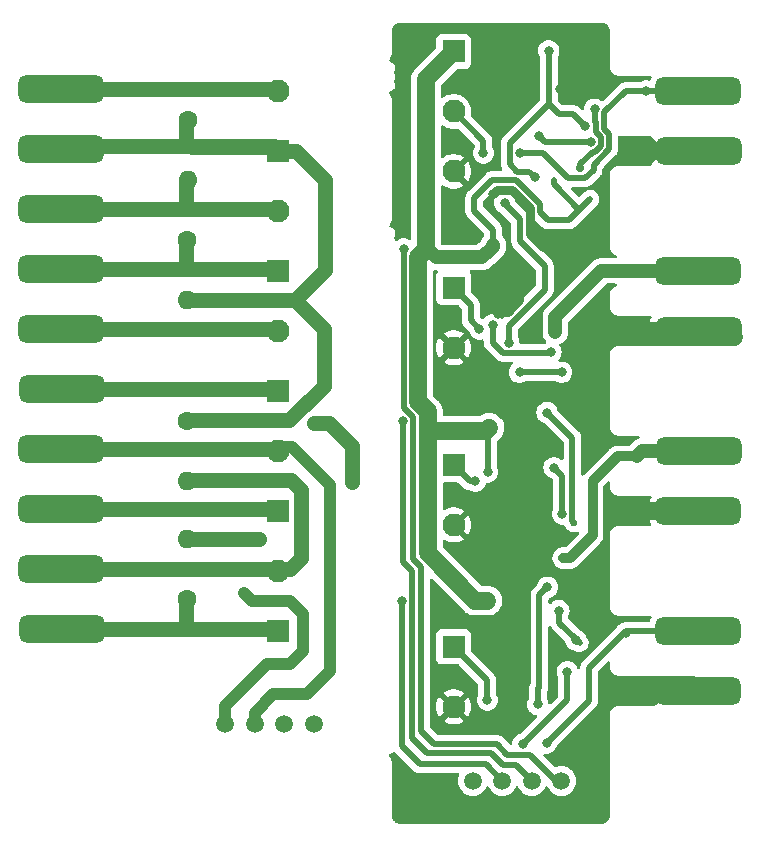
<source format=gbr>
%TF.GenerationSoftware,KiCad,Pcbnew,7.0.11*%
%TF.CreationDate,2024-11-17T18:12:13-05:00*%
%TF.ProjectId,14.1.4 - PMOS - PLC Connector Combined,31342e31-2e34-4202-9d20-504d4f53202d,rev?*%
%TF.SameCoordinates,Original*%
%TF.FileFunction,Copper,L2,Bot*%
%TF.FilePolarity,Positive*%
%FSLAX46Y46*%
G04 Gerber Fmt 4.6, Leading zero omitted, Abs format (unit mm)*
G04 Created by KiCad (PCBNEW 7.0.11) date 2024-11-17 18:12:13*
%MOMM*%
%LPD*%
G01*
G04 APERTURE LIST*
G04 Aperture macros list*
%AMRoundRect*
0 Rectangle with rounded corners*
0 $1 Rounding radius*
0 $2 $3 $4 $5 $6 $7 $8 $9 X,Y pos of 4 corners*
0 Add a 4 corners polygon primitive as box body*
4,1,4,$2,$3,$4,$5,$6,$7,$8,$9,$2,$3,0*
0 Add four circle primitives for the rounded corners*
1,1,$1+$1,$2,$3*
1,1,$1+$1,$4,$5*
1,1,$1+$1,$6,$7*
1,1,$1+$1,$8,$9*
0 Add four rect primitives between the rounded corners*
20,1,$1+$1,$2,$3,$4,$5,0*
20,1,$1+$1,$4,$5,$6,$7,0*
20,1,$1+$1,$6,$7,$8,$9,0*
20,1,$1+$1,$8,$9,$2,$3,0*%
G04 Aperture macros list end*
%TA.AperFunction,ComponentPad*%
%ADD10R,1.950000X1.950000*%
%TD*%
%TA.AperFunction,ComponentPad*%
%ADD11C,1.950000*%
%TD*%
%TA.AperFunction,ComponentPad*%
%ADD12C,1.600000*%
%TD*%
%TA.AperFunction,ComponentPad*%
%ADD13O,1.600000X1.600000*%
%TD*%
%TA.AperFunction,ComponentPad*%
%ADD14C,1.498600*%
%TD*%
%TA.AperFunction,SMDPad,CuDef*%
%ADD15RoundRect,0.572500X3.045750X0.572500X-3.045750X0.572500X-3.045750X-0.572500X3.045750X-0.572500X0*%
%TD*%
%TA.AperFunction,ViaPad*%
%ADD16C,0.800000*%
%TD*%
%TA.AperFunction,ViaPad*%
%ADD17C,0.600000*%
%TD*%
%TA.AperFunction,ViaPad*%
%ADD18C,0.500000*%
%TD*%
%TA.AperFunction,ViaPad*%
%ADD19C,0.700000*%
%TD*%
%TA.AperFunction,Conductor*%
%ADD20C,1.143000*%
%TD*%
%TA.AperFunction,Conductor*%
%ADD21C,0.508000*%
%TD*%
%TA.AperFunction,Conductor*%
%ADD22C,1.270000*%
%TD*%
%TA.AperFunction,Conductor*%
%ADD23C,1.016000*%
%TD*%
%TA.AperFunction,Conductor*%
%ADD24C,0.812800*%
%TD*%
%TA.AperFunction,Conductor*%
%ADD25C,0.762000*%
%TD*%
%TA.AperFunction,Conductor*%
%ADD26C,1.524000*%
%TD*%
G04 APERTURE END LIST*
D10*
%TO.P,J317,1,1*%
%TO.N,Net-(D10-A)*%
X107500000Y-89000000D03*
D11*
%TO.P,J317,2,2*%
%TO.N,GNDPWR*%
X107500000Y-94080000D03*
%TD*%
D12*
%TO.P,R204,1*%
%TO.N,M*%
X85008250Y-74782224D03*
D13*
%TO.P,R204,2*%
%TO.N,Net-(J208-Pin_1)*%
X85008250Y-79862224D03*
%TD*%
D10*
%TO.P,J222,1,1*%
%TO.N,Net-(J205-Pin_1)*%
X92640000Y-97740000D03*
D11*
%TO.P,J222,2,2*%
%TO.N,Net-(J206-Pin_1)*%
X92640000Y-92660000D03*
%TD*%
D12*
%TO.P,R202,1*%
%TO.N,M*%
X84918250Y-100297224D03*
D13*
%TO.P,R202,2*%
%TO.N,Net-(J202-Pin_1)*%
X84918250Y-105377224D03*
%TD*%
D10*
%TO.P,J224,1,1*%
%TO.N,Net-(J201-Pin_1)*%
X92640000Y-118060000D03*
D11*
%TO.P,J224,2,2*%
%TO.N,Net-(J202-Pin_1)*%
X92640000Y-112980000D03*
%TD*%
D10*
%TO.P,J320,1,1*%
%TO.N,Net-(D11-A)*%
X107500000Y-104000000D03*
D11*
%TO.P,J320,2,2*%
%TO.N,GNDPWR*%
X107500000Y-109080000D03*
%TD*%
D12*
%TO.P,R201,1*%
%TO.N,Net-(J201-Pin_1)*%
X84878250Y-115392224D03*
D13*
%TO.P,R201,2*%
%TO.N,M*%
X84878250Y-110312224D03*
%TD*%
D14*
%TO.P,J226,1,1*%
%TO.N,Net-(J206-Pin_1)*%
X95660000Y-125970000D03*
%TO.P,J226,2,2*%
%TO.N,Net-(J205-Pin_1)*%
X93160000Y-125970000D03*
%TO.P,J226,3,3*%
%TO.N,Net-(J204-Pin_1)*%
X90660000Y-125970000D03*
%TO.P,J226,4,4*%
%TO.N,Net-(J203-Pin_1)*%
X88160000Y-125970000D03*
%TD*%
D10*
%TO.P,J318,1,1*%
%TO.N,Net-(D10-K)*%
X107500000Y-69000000D03*
D11*
%TO.P,J318,2,2*%
%TO.N,Net-(D1-A)*%
X107500000Y-74080000D03*
%TO.P,J318,3,3*%
%TO.N,GNDPWR*%
X107500000Y-79160000D03*
%TD*%
D12*
%TO.P,R203,1*%
%TO.N,Net-(J207-Pin_1)*%
X84918250Y-85002224D03*
D13*
%TO.P,R203,2*%
%TO.N,M*%
X84918250Y-90082224D03*
%TD*%
D10*
%TO.P,J221,1,1*%
%TO.N,Net-(J203-Pin_1)*%
X92640000Y-107900000D03*
D11*
%TO.P,J221,2,2*%
%TO.N,Net-(J204-Pin_1)*%
X92640000Y-102820000D03*
%TD*%
D10*
%TO.P,J223,1,1*%
%TO.N,M*%
X92640000Y-77420000D03*
D11*
%TO.P,J223,2,2*%
%TO.N,Net-(J210-Pin_1)*%
X92640000Y-72340000D03*
%TD*%
D10*
%TO.P,J225,1,1*%
%TO.N,Net-(J207-Pin_1)*%
X92640000Y-87580000D03*
D11*
%TO.P,J225,2,2*%
%TO.N,Net-(J208-Pin_1)*%
X92640000Y-82500000D03*
%TD*%
D10*
%TO.P,J319,1,1*%
%TO.N,Net-(D12-K)*%
X107500000Y-119400000D03*
D11*
%TO.P,J319,2,2*%
%TO.N,GNDPWR*%
X107500000Y-124480000D03*
%TD*%
D14*
%TO.P,J321,1,1*%
%TO.N,Net-(D1-A)*%
X116620000Y-130760000D03*
%TO.P,J321,2,2*%
%TO.N,Net-(D10-A)*%
X114120000Y-130760000D03*
%TO.P,J321,3,3*%
%TO.N,Net-(D11-A)*%
X111620000Y-130760000D03*
%TO.P,J321,4,4*%
%TO.N,Net-(D12-K)*%
X109120000Y-130760000D03*
%TD*%
D15*
%TO.P,J304,1,Pin_1*%
%TO.N,Net-(J304-Pin_1)*%
X128220000Y-72350000D03*
%TD*%
%TO.P,J212,1,Pin_1*%
%TO.N,Net-(J202-Pin_1)*%
X74258250Y-112817224D03*
%TD*%
%TO.P,J216,1,Pin_1*%
%TO.N,Net-(J206-Pin_1)*%
X74268250Y-92497224D03*
%TD*%
%TO.P,J213,1,Pin_1*%
%TO.N,Net-(J203-Pin_1)*%
X74268250Y-107737224D03*
%TD*%
%TO.P,J217,1,Pin_1*%
%TO.N,Net-(J207-Pin_1)*%
X74268250Y-87407224D03*
%TD*%
%TO.P,J308,1,Pin_1*%
%TO.N,Net-(J302-Pin_1)*%
X128220000Y-118070000D03*
%TD*%
%TO.P,J219,1,Pin_1*%
%TO.N,M*%
X74238250Y-77247224D03*
%TD*%
%TO.P,J211,1,Pin_1*%
%TO.N,Net-(J201-Pin_1)*%
X74340000Y-117907224D03*
%TD*%
%TO.P,J312,1,Pin_1*%
%TO.N,Net-(J306-Pin_1)*%
X128220000Y-87570000D03*
%TD*%
%TO.P,J316,1,Pin_1*%
%TO.N,Net-(J314-Pin_1)*%
X128230000Y-102800000D03*
%TD*%
%TO.P,J214,1,Pin_1*%
%TO.N,Net-(J204-Pin_1)*%
X74258250Y-102667224D03*
%TD*%
%TO.P,J305,1,Pin_1*%
%TO.N,GNDPWR*%
X128230000Y-92650000D03*
%TD*%
%TO.P,J301,1,Pin_1*%
%TO.N,GNDPWR*%
X128220000Y-123130000D03*
%TD*%
%TO.P,J215,1,Pin_1*%
%TO.N,Net-(J205-Pin_1)*%
X74320000Y-97580000D03*
%TD*%
%TO.P,J303,1,Pin_1*%
%TO.N,GNDPWR*%
X128240000Y-77410000D03*
%TD*%
%TO.P,J313,1,Pin_1*%
%TO.N,GNDPWR*%
X128220000Y-107900000D03*
%TD*%
%TO.P,J218,1,Pin_1*%
%TO.N,Net-(J208-Pin_1)*%
X74258250Y-82347224D03*
%TD*%
%TO.P,J220,1,Pin_1*%
%TO.N,Net-(J210-Pin_1)*%
X74238250Y-72187224D03*
%TD*%
D16*
%TO.N,Net-(J306-Pin_1)*%
X123120000Y-87640000D03*
X116101130Y-92741130D03*
%TO.N,Net-(J302-Pin_1)*%
X122080000Y-118210000D03*
X115360000Y-127560000D03*
%TO.N,Net-(J304-Pin_1)*%
X123780000Y-72340000D03*
X113114000Y-77620000D03*
%TO.N,Net-(J201-Pin_1)*%
X79471250Y-117874224D03*
X80868250Y-117874224D03*
X82265250Y-117874224D03*
%TO.N,Net-(J202-Pin_1)*%
X79471250Y-112794224D03*
X80868250Y-112794224D03*
X82392250Y-112794224D03*
%TO.N,Net-(J203-Pin_1)*%
X79471250Y-107714224D03*
X89758150Y-114826224D03*
X81249250Y-107714224D03*
X82773250Y-107714224D03*
%TO.N,Net-(J204-Pin_1)*%
X81249250Y-102634224D03*
X79598250Y-102634224D03*
X82773250Y-102634224D03*
%TO.N,Net-(J205-Pin_1)*%
X95679002Y-100444402D03*
X79852250Y-97554224D03*
X81503250Y-97554224D03*
X98902250Y-105440000D03*
X83027250Y-97554224D03*
%TO.N,Net-(J206-Pin_1)*%
X83281250Y-92474224D03*
X79852250Y-92474224D03*
X81630248Y-92474224D03*
%TO.N,Net-(J207-Pin_1)*%
X83027250Y-87394224D03*
X81376250Y-87394224D03*
X79852250Y-87394224D03*
%TO.N,Net-(J208-Pin_1)*%
X81503250Y-82314224D03*
X79725250Y-82314224D03*
X83281250Y-82314224D03*
%TO.N,M*%
X82773250Y-76980224D03*
X79344250Y-76980224D03*
X90012252Y-110254224D03*
X91282250Y-100221224D03*
X92425250Y-100221224D03*
X80995250Y-76980224D03*
X91028250Y-110254224D03*
%TO.N,Net-(J314-Pin_1)*%
X122980000Y-103290000D03*
X116760000Y-111890000D03*
%TO.N,GNDPWR*%
X111210000Y-91200000D03*
X115930000Y-118870000D03*
X115150000Y-112040000D03*
X119990000Y-82520000D03*
X115950000Y-97780000D03*
X110760000Y-111470000D03*
X123880000Y-76700000D03*
X103190000Y-133540000D03*
X122930000Y-76700000D03*
X123350000Y-93310000D03*
X123470000Y-122610000D03*
X124250000Y-123800000D03*
X123330000Y-107490000D03*
X124260000Y-122570000D03*
X123350000Y-108550000D03*
X121680000Y-92100000D03*
X121930000Y-108580000D03*
X121680000Y-93350000D03*
X103180000Y-132500000D03*
X123460000Y-123820000D03*
X103180000Y-131480000D03*
X122960000Y-77960000D03*
X123350000Y-92100000D03*
X110798870Y-81048870D03*
X121950000Y-107390000D03*
X116480000Y-72180000D03*
X123850000Y-77890000D03*
X116424000Y-85570000D03*
%TO.N,Net-(D10-A)*%
X116630000Y-96160000D03*
X103200000Y-100320000D03*
X109680000Y-92500000D03*
X113070000Y-96160000D03*
%TO.N,Net-(D5-K)*%
X114700000Y-76120000D03*
X119088933Y-76621067D03*
%TO.N,Net-(D6-K)*%
X110790000Y-92140000D03*
X115730000Y-94449130D03*
%TO.N,Net-(Q1-G)*%
X117110000Y-121510000D03*
X113340000Y-127670000D03*
%TO.N,Net-(Q2-G)*%
X116700000Y-108160000D03*
X116000000Y-104240000D03*
%TO.N,Net-(R1-Pad1)*%
X118581260Y-75286740D03*
X115550000Y-68940000D03*
X114390000Y-79660000D03*
%TO.N,Net-(R20-Pad1)*%
X112160000Y-93650000D03*
X111820000Y-81810000D03*
%TO.N,Net-(R18-Pad1)*%
X115400000Y-99570000D03*
D17*
X117668190Y-108888058D03*
D16*
%TO.N,Net-(R19-Pad1)*%
X115440000Y-114360000D03*
X114620000Y-124280000D03*
%TO.N,Net-(D11-A)*%
X103130000Y-115490000D03*
X109330000Y-105390000D03*
%TO.N,Net-(D10-K)*%
X117831130Y-118808870D03*
X110510000Y-100860000D03*
X110270000Y-86070000D03*
D18*
X119060122Y-81497617D03*
X115950000Y-79890000D03*
D16*
X110470000Y-115730000D03*
X110856624Y-85356624D03*
X109495236Y-115748011D03*
X109610000Y-101180000D03*
X116400000Y-116340000D03*
X110370000Y-104620000D03*
%TO.N,Net-(D1-K)*%
X119426265Y-73900000D03*
D19*
X118205033Y-78906000D03*
D16*
%TO.N,Net-(D1-A)*%
X110020000Y-77600000D03*
X103270000Y-85720000D03*
%TO.N,Net-(D12-K)*%
X110345000Y-123915000D03*
%TD*%
D20*
%TO.N,Net-(J306-Pin_1)*%
X116101130Y-92741130D02*
X116101130Y-91458870D01*
X116101130Y-91458870D02*
X119990000Y-87570000D01*
X119990000Y-87570000D02*
X128220000Y-87570000D01*
X123190000Y-87570000D02*
X128220000Y-87570000D01*
D21*
X123120000Y-87640000D02*
X123190000Y-87570000D01*
%TO.N,Net-(J302-Pin_1)*%
X122080000Y-118210000D02*
X122220000Y-118070000D01*
X122220000Y-118070000D02*
X128220000Y-118070000D01*
X121907629Y-118210000D02*
X122080000Y-118210000D01*
X118960000Y-123960000D02*
X118960000Y-121157629D01*
X115360000Y-127560000D02*
X118960000Y-123960000D01*
X118960000Y-121157629D02*
X121907629Y-118210000D01*
%TO.N,Net-(J304-Pin_1)*%
X128220000Y-72350000D02*
X123790000Y-72350000D01*
X117170000Y-79710000D02*
X118650000Y-79710000D01*
X118650000Y-79710000D02*
X119340000Y-79020000D01*
X120650933Y-75974065D02*
X120240000Y-75563130D01*
X119340000Y-78579003D02*
X120650933Y-77268070D01*
X113114000Y-77620000D02*
X115080000Y-77620000D01*
X120650933Y-77268070D02*
X120650933Y-75974065D01*
X123790000Y-72350000D02*
X123780000Y-72340000D01*
X120240000Y-74157629D02*
X122057629Y-72340000D01*
X128180000Y-72390000D02*
X128220000Y-72350000D01*
X115080000Y-77620000D02*
X117170000Y-79710000D01*
X119340000Y-79020000D02*
X119340000Y-78579003D01*
X120240000Y-75563130D02*
X120240000Y-74157629D01*
X122057629Y-72340000D02*
X123780000Y-72340000D01*
D22*
%TO.N,Net-(J201-Pin_1)*%
X84805250Y-117874220D02*
X74278395Y-117874220D01*
X79471250Y-117874224D02*
X80868250Y-117874224D01*
X92298250Y-117874224D02*
X92425250Y-117747224D01*
X74278395Y-117874220D02*
X74278391Y-117874224D01*
X82265250Y-117874224D02*
X92298250Y-117874224D01*
X80868250Y-117874224D02*
X82265250Y-117874224D01*
X84805250Y-115334224D02*
X84805250Y-117874220D01*
X74278391Y-117874224D02*
X79471250Y-117874224D01*
%TO.N,Net-(J202-Pin_1)*%
X80868250Y-112794224D02*
X79471250Y-112794224D01*
X79471250Y-112794224D02*
X79514250Y-112837224D01*
X94578250Y-111861750D02*
X94578250Y-106087224D01*
X93602776Y-112837224D02*
X94578250Y-111861750D01*
X94578250Y-106087224D02*
X93748250Y-105257224D01*
X82392250Y-112794224D02*
X80868250Y-112794224D01*
X79514250Y-112837224D02*
X93602776Y-112837224D01*
X79471250Y-112794224D02*
X74279942Y-112794224D01*
X74279942Y-112794224D02*
X74271976Y-112802190D01*
X93748250Y-105257224D02*
X85278250Y-105257224D01*
D23*
%TO.N,Net-(J203-Pin_1)*%
X88160000Y-124380000D02*
X88160000Y-125970000D01*
X93620000Y-120870000D02*
X91670000Y-120870000D01*
X91670000Y-120870000D02*
X88160000Y-124380000D01*
D22*
X79471250Y-107714224D02*
X74289842Y-107714224D01*
D23*
X90421926Y-115490000D02*
X93640000Y-115490000D01*
X94770000Y-116620000D02*
X94770000Y-119720000D01*
D22*
X81249250Y-107714224D02*
X79471250Y-107714224D01*
X92425250Y-107587224D02*
X92298250Y-107714224D01*
D23*
X89758150Y-114826224D02*
X90421926Y-115490000D01*
D22*
X92298250Y-107714224D02*
X82773250Y-107714224D01*
D23*
X94770000Y-119720000D02*
X93620000Y-120870000D01*
D22*
X82773250Y-107714224D02*
X81249250Y-107714224D01*
X74289842Y-107714224D02*
X74280369Y-107723697D01*
D23*
X93640000Y-115490000D02*
X94770000Y-116620000D01*
%TO.N,Net-(J204-Pin_1)*%
X92230000Y-123420000D02*
X95080000Y-123420000D01*
X95080000Y-123420000D02*
X97025000Y-121475000D01*
D22*
X92425250Y-102507224D02*
X92298250Y-102634224D01*
D23*
X97025000Y-121475000D02*
X97025000Y-105728116D01*
X97025000Y-105728116D02*
X93804108Y-102507224D01*
D22*
X82773250Y-102634224D02*
X81249250Y-102634224D01*
D23*
X90660000Y-124990000D02*
X92230000Y-123420000D01*
D22*
X81249250Y-102634224D02*
X79598250Y-102634224D01*
X74283060Y-102634224D02*
X74271976Y-102645308D01*
X92298250Y-102634224D02*
X82773250Y-102634224D01*
D23*
X93804108Y-102507224D02*
X92425250Y-102507224D01*
D22*
X79598250Y-102634224D02*
X74283060Y-102634224D01*
D23*
X90660000Y-125970000D02*
X90660000Y-124990000D01*
D22*
%TO.N,Net-(J205-Pin_1)*%
X98902250Y-102380000D02*
X96966652Y-100444402D01*
X92298250Y-97554224D02*
X83027250Y-97554224D01*
X83027250Y-97554224D02*
X81503250Y-97554224D01*
X81503250Y-97554224D02*
X79852250Y-97554224D01*
X79852250Y-97554224D02*
X74199025Y-97554224D01*
X96966652Y-100444402D02*
X95679002Y-100444402D01*
X74199025Y-97554224D02*
X74168250Y-97584999D01*
X92425250Y-97427224D02*
X92298250Y-97554224D01*
X98902250Y-105440000D02*
X98902250Y-102380000D01*
%TO.N,Net-(J206-Pin_1)*%
X79845556Y-92480918D02*
X79852250Y-92474224D01*
X74272660Y-92480918D02*
X79845556Y-92480918D01*
X81630248Y-92474224D02*
X79852250Y-92474224D01*
X92425250Y-92347224D02*
X92298250Y-92474224D01*
X74273749Y-92482007D02*
X78836250Y-92482007D01*
X74272660Y-92480918D02*
X74273749Y-92482007D01*
X83281250Y-92474224D02*
X81630248Y-92474224D01*
X92298250Y-92474224D02*
X83281250Y-92474224D01*
%TO.N,Net-(J207-Pin_1)*%
X74287737Y-87394224D02*
X83027250Y-87394224D01*
X79852250Y-87394224D02*
X79861592Y-87403566D01*
X74271976Y-87409985D02*
X74287737Y-87394224D01*
X81366908Y-87403566D02*
X81376250Y-87394224D01*
X92298250Y-87394224D02*
X92425250Y-87267224D01*
X83027250Y-87394224D02*
X92298250Y-87394224D01*
X84805250Y-87394224D02*
X81376250Y-87394224D01*
X79861592Y-87403566D02*
X81366908Y-87403566D01*
X84805250Y-84981224D02*
X84805250Y-87394224D01*
%TO.N,Net-(J208-Pin_1)*%
X74278395Y-82325125D02*
X74289296Y-82314224D01*
X81503250Y-82314224D02*
X83281250Y-82314224D01*
X79725250Y-82314224D02*
X81503250Y-82314224D01*
X83281250Y-82314224D02*
X92298250Y-82314224D01*
X74289296Y-82314224D02*
X79725250Y-82314224D01*
X92298250Y-82314224D02*
X92425250Y-82187224D01*
X84805250Y-79824224D02*
X84805250Y-82314224D01*
X84794349Y-82325125D02*
X74278395Y-82325125D01*
X84805250Y-82314224D02*
X84794349Y-82325125D01*
%TO.N,M*%
X91282250Y-100221224D02*
X93578776Y-100221224D01*
X91282250Y-100221224D02*
X92425250Y-100221224D01*
X84805250Y-110254224D02*
X90012252Y-110254224D01*
X79344250Y-76980224D02*
X74564650Y-76980224D01*
X94135026Y-77420000D02*
X96616250Y-79901224D01*
X94076250Y-90061224D02*
X84805250Y-90061224D01*
X82773250Y-76980224D02*
X80995250Y-76980224D01*
X82773250Y-76980224D02*
X92298250Y-76980224D01*
X96616250Y-79901224D02*
X96616250Y-87521224D01*
X74564650Y-76980224D02*
X74293347Y-77251527D01*
X93578776Y-100221224D02*
X96489250Y-97310750D01*
X85313250Y-77107224D02*
X92425250Y-77107224D01*
X80995250Y-76980224D02*
X79344250Y-76980224D01*
X84805250Y-74744224D02*
X84805250Y-76599224D01*
X91028250Y-110254224D02*
X90012252Y-110254224D01*
X92425250Y-100221224D02*
X92795250Y-100221224D01*
X96616250Y-87521224D02*
X94076250Y-90061224D01*
X92298250Y-76980224D02*
X92425250Y-77107224D01*
X84805250Y-76599224D02*
X85313250Y-77107224D01*
X96489250Y-97310750D02*
X96489250Y-92474224D01*
X92640000Y-77420000D02*
X94135026Y-77420000D01*
X84805250Y-100221224D02*
X91282250Y-100221224D01*
X96489250Y-92474224D02*
X94076250Y-90061224D01*
%TO.N,Net-(J210-Pin_1)*%
X92298250Y-72154224D02*
X74289963Y-72154224D01*
X74289963Y-72154224D02*
X74268986Y-72175201D01*
X92425250Y-72027224D02*
X92298250Y-72154224D01*
D24*
%TO.N,Net-(J314-Pin_1)*%
X119270000Y-109940227D02*
X119270000Y-105390740D01*
D20*
X123470000Y-102800000D02*
X128230000Y-102800000D01*
D24*
X117320227Y-111890000D02*
X119270000Y-109940227D01*
X119270000Y-105390740D02*
X121370740Y-103290000D01*
X121370740Y-103290000D02*
X122980000Y-103290000D01*
D20*
X122980000Y-103290000D02*
X123470000Y-102800000D01*
D24*
X116760000Y-111890000D02*
X117320227Y-111890000D01*
D25*
%TO.N,GNDPWR*%
X112466344Y-80715000D02*
X111132740Y-80715000D01*
D26*
X123958510Y-123130000D02*
X123460000Y-123628510D01*
X124330000Y-77410000D02*
X123850000Y-77890000D01*
X128230000Y-92650000D02*
X123848510Y-92650000D01*
D25*
X119790000Y-94746888D02*
X121186888Y-93350000D01*
D21*
X120400400Y-82109600D02*
X120400400Y-78939600D01*
X119990000Y-82520000D02*
X120400400Y-82109600D01*
D25*
X119790000Y-96750000D02*
X119790000Y-94746888D01*
X118760000Y-97780000D02*
X119790000Y-96750000D01*
D26*
X128220000Y-107900000D02*
X123838510Y-107900000D01*
X128220000Y-107900000D02*
X122418510Y-107900000D01*
D25*
X113975000Y-82223656D02*
X112466344Y-80715000D01*
D26*
X128220000Y-123130000D02*
X123987490Y-123130000D01*
D21*
X113190000Y-88510000D02*
X113190000Y-90150000D01*
D26*
X128230000Y-92650000D02*
X123867490Y-92650000D01*
X122228510Y-92650000D02*
X121730000Y-93148510D01*
D20*
X115150000Y-112040000D02*
X114580000Y-111470000D01*
D26*
X122418510Y-107900000D02*
X121930000Y-108388510D01*
D20*
X114580000Y-111470000D02*
X110760000Y-111470000D01*
D26*
X123740000Y-107900000D02*
X123330000Y-107490000D01*
X128240000Y-77410000D02*
X124397490Y-77410000D01*
D21*
X121380000Y-77960000D02*
X122960000Y-77960000D01*
D26*
X123987490Y-123130000D02*
X123470000Y-122612510D01*
X131050278Y-93148510D02*
X131227243Y-93143556D01*
X128240000Y-77410000D02*
X123447490Y-77410000D01*
X124748510Y-123130000D02*
X124250000Y-123628510D01*
X128230000Y-92650000D02*
X122228510Y-92650000D01*
D25*
X111132740Y-80715000D02*
X110798870Y-81048870D01*
X115950000Y-97780000D02*
X118760000Y-97780000D01*
D21*
X112140000Y-87460000D02*
X113190000Y-88510000D01*
D26*
X128240000Y-77410000D02*
X123458510Y-77410000D01*
X123848510Y-92650000D02*
X123350000Y-93148510D01*
X127702510Y-122612510D02*
X124260000Y-122612510D01*
X123447490Y-77410000D02*
X122930000Y-76892510D01*
D25*
X116424000Y-85570000D02*
X115080000Y-85570000D01*
D26*
X123867490Y-92650000D02*
X123350000Y-92132510D01*
D25*
X121186888Y-93350000D02*
X121680000Y-93350000D01*
D20*
X103190000Y-133540000D02*
X103180000Y-133530000D01*
D26*
X122185698Y-92650000D02*
X121678794Y-92143096D01*
X128220000Y-107900000D02*
X123740000Y-107900000D01*
D21*
X113190000Y-90150000D02*
X112140000Y-91200000D01*
D25*
X113975000Y-84465000D02*
X113975000Y-82223656D01*
D26*
X128220000Y-107900000D02*
X122460000Y-107900000D01*
X128230000Y-92650000D02*
X122185698Y-92650000D01*
D25*
X115080000Y-85570000D02*
X113975000Y-84465000D01*
D26*
X123838510Y-107900000D02*
X123350000Y-108388510D01*
X121730000Y-93148510D02*
X131050278Y-93148510D01*
X124397490Y-77410000D02*
X123880000Y-76892510D01*
D21*
X112140000Y-91200000D02*
X111210000Y-91200000D01*
D26*
X123458510Y-77410000D02*
X122960000Y-77908510D01*
X128220000Y-123130000D02*
X127702510Y-122612510D01*
X122460000Y-107900000D02*
X121950000Y-107390000D01*
X128220000Y-123130000D02*
X124748510Y-123130000D01*
X128240000Y-77410000D02*
X124330000Y-77410000D01*
X128220000Y-123130000D02*
X123958510Y-123130000D01*
D21*
X120400400Y-78939600D02*
X121380000Y-77960000D01*
%TO.N,Net-(D10-A)*%
X103200000Y-112220000D02*
X103984000Y-113004000D01*
X108940000Y-91760000D02*
X108940000Y-90440000D01*
X112789700Y-129429700D02*
X114120000Y-130760000D01*
X103970000Y-127160000D02*
X105230000Y-128420000D01*
X103984000Y-113004000D02*
X103984000Y-115843739D01*
X108940000Y-90440000D02*
X107500000Y-89000000D01*
X109680000Y-92500000D02*
X108940000Y-91760000D01*
X103200000Y-100320000D02*
X103200000Y-112220000D01*
X105230000Y-128420000D02*
X110640474Y-128420000D01*
X103970000Y-115857739D02*
X103970000Y-127160000D01*
X103984000Y-115843739D02*
X103970000Y-115857739D01*
X113070000Y-96160000D02*
X116630000Y-96160000D01*
X110640474Y-128420000D02*
X111650174Y-129429700D01*
X111650174Y-129429700D02*
X112789700Y-129429700D01*
%TO.N,Net-(D5-K)*%
X114700000Y-76120000D02*
X115220000Y-76640000D01*
X115220000Y-76640000D02*
X119070000Y-76640000D01*
X119070000Y-76640000D02*
X119088933Y-76621067D01*
%TO.N,Net-(D6-K)*%
X110790000Y-93660000D02*
X110790000Y-92140000D01*
X115730000Y-94449130D02*
X115675130Y-94504000D01*
X111634000Y-94504000D02*
X110790000Y-93660000D01*
X115675130Y-94504000D02*
X111634000Y-94504000D01*
%TO.N,Net-(Q1-G)*%
X113340000Y-127670000D02*
X117110000Y-123900000D01*
X117110000Y-123900000D02*
X117110000Y-121510000D01*
%TO.N,Net-(Q2-G)*%
X116700000Y-108160000D02*
X116684866Y-108144866D01*
X116684866Y-108144866D02*
X116684866Y-104924866D01*
X116684866Y-104924866D02*
X116000000Y-104240000D01*
%TO.N,Net-(R1-Pad1)*%
X116380000Y-74300000D02*
X115550000Y-73470000D01*
X115550000Y-73470000D02*
X115550000Y-71870000D01*
X112892000Y-79172000D02*
X112260000Y-78540000D01*
X113902000Y-79172000D02*
X112892000Y-79172000D01*
X112260000Y-76760000D02*
X115550000Y-73470000D01*
X117594520Y-74300000D02*
X116380000Y-74300000D01*
X118581260Y-75286740D02*
X117594520Y-74300000D01*
X115550000Y-71870000D02*
X115550000Y-68940000D01*
X114390000Y-79660000D02*
X113902000Y-79172000D01*
X112260000Y-78540000D02*
X112260000Y-76760000D01*
%TO.N,Net-(R20-Pad1)*%
X112160000Y-92210000D02*
X112160000Y-93650000D01*
X115200000Y-89170000D02*
X112160000Y-92210000D01*
X115200000Y-87130000D02*
X115200000Y-89170000D01*
X113140000Y-83220000D02*
X113140000Y-85070000D01*
X113140000Y-85070000D02*
X115200000Y-87130000D01*
X111820000Y-81810000D02*
X111820000Y-81900000D01*
X111820000Y-81900000D02*
X113140000Y-83220000D01*
%TO.N,Net-(R18-Pad1)*%
X117554000Y-108773868D02*
X117554000Y-101724000D01*
X117674430Y-108944136D02*
X117674430Y-108894298D01*
X117554000Y-101724000D02*
X115400000Y-99570000D01*
X117674430Y-108894298D02*
X117554000Y-108773868D01*
%TO.N,Net-(R19-Pad1)*%
X114760000Y-122820000D02*
X114760000Y-115040000D01*
X114760000Y-115040000D02*
X115440000Y-114360000D01*
X114620000Y-122960000D02*
X114760000Y-122820000D01*
X114620000Y-124280000D02*
X114620000Y-122960000D01*
%TO.N,Net-(D11-A)*%
X104640000Y-129340000D02*
X110200000Y-129340000D01*
X107500000Y-104050000D02*
X107500000Y-104000000D01*
X103130000Y-115490000D02*
X103130000Y-127830000D01*
X110200000Y-129340000D02*
X111620000Y-130760000D01*
X103130000Y-127830000D02*
X104640000Y-129340000D01*
X108840000Y-105390000D02*
X107500000Y-104050000D01*
X109330000Y-105390000D02*
X108840000Y-105390000D01*
D26*
%TO.N,Net-(D10-K)*%
X105140000Y-83330000D02*
X105140000Y-71360000D01*
D21*
X115950000Y-80221127D02*
X118143306Y-82414433D01*
D26*
X105310000Y-111490316D02*
X105310000Y-101100000D01*
D21*
X110760000Y-79880000D02*
X109239931Y-81400069D01*
D26*
X110510000Y-100860000D02*
X110220000Y-101150000D01*
D21*
X109239931Y-81400069D02*
X109239931Y-82479931D01*
D26*
X105310000Y-99480316D02*
X105310000Y-101100000D01*
D20*
X106010000Y-86430000D02*
X105140000Y-85560000D01*
D21*
X114810000Y-81877788D02*
X112812212Y-79880000D01*
X115950000Y-79890000D02*
X115950000Y-80221127D01*
X117888870Y-118808870D02*
X118170000Y-119090000D01*
D26*
X110220000Y-101150000D02*
X108524000Y-101150000D01*
D21*
X114810000Y-82620000D02*
X114810000Y-81877788D01*
X117831130Y-118808870D02*
X117831130Y-118751130D01*
X110370000Y-104620000D02*
X110370000Y-101000000D01*
D26*
X110340000Y-115490000D02*
X109309684Y-115490000D01*
D21*
X112812212Y-79880000D02*
X110760000Y-79880000D01*
X117253739Y-83304000D02*
X115494000Y-83304000D01*
D20*
X105140000Y-85560000D02*
X105140000Y-83330000D01*
X110270000Y-86070000D02*
X109910000Y-86430000D01*
D21*
X115494000Y-83304000D02*
X114810000Y-82620000D01*
D26*
X105140000Y-85776159D02*
X104486000Y-86430159D01*
X104486000Y-86430159D02*
X104486000Y-98656316D01*
D20*
X110856624Y-85555913D02*
X110342537Y-86070000D01*
D26*
X108524000Y-101150000D02*
X108474000Y-101100000D01*
D21*
X110856624Y-84096624D02*
X110856624Y-85356624D01*
D26*
X105140000Y-71360000D02*
X107500000Y-69000000D01*
D21*
X117831130Y-118751130D02*
X116440000Y-117360000D01*
D26*
X104486000Y-98656316D02*
X105310000Y-99480316D01*
D20*
X109910000Y-86430000D02*
X106010000Y-86430000D01*
D26*
X109309684Y-115490000D02*
X105310000Y-111490316D01*
D20*
X110856624Y-85356624D02*
X110856624Y-85555913D01*
D26*
X105140000Y-83330000D02*
X105140000Y-85776159D01*
D21*
X110370000Y-101000000D02*
X110510000Y-100860000D01*
D26*
X108474000Y-101100000D02*
X105310000Y-101100000D01*
D21*
X109239931Y-82479931D02*
X110856624Y-84096624D01*
X118143306Y-82414433D02*
X117253739Y-83304000D01*
X116440000Y-117360000D02*
X116440000Y-116378737D01*
D20*
X110342537Y-86070000D02*
X110270000Y-86070000D01*
D21*
X119060122Y-81497617D02*
X118143306Y-82414433D01*
X117831130Y-118808870D02*
X117888870Y-118808870D01*
%TO.N,Net-(D1-K)*%
X119442672Y-77475067D02*
X119942933Y-76974806D01*
X119942933Y-76267328D02*
X119532000Y-75856395D01*
X119274933Y-77475067D02*
X119442672Y-77475067D01*
X119532000Y-75856395D02*
X119532000Y-75029740D01*
X118205033Y-78544967D02*
X119274933Y-77475067D01*
X119532000Y-75029740D02*
X119426265Y-74924005D01*
X119942933Y-76974806D02*
X119942933Y-76267328D01*
X118205033Y-78906000D02*
X118205033Y-78544967D01*
X119426265Y-74924005D02*
X119426265Y-73900000D01*
%TO.N,Net-(D1-A)*%
X111150000Y-127640000D02*
X112040000Y-128530000D01*
X103270000Y-85720000D02*
X103270000Y-99160000D01*
X104054000Y-99944000D02*
X104054000Y-111954000D01*
X110020000Y-77600000D02*
X110020000Y-76600000D01*
X110020000Y-76600000D02*
X107500000Y-74080000D01*
X104748000Y-112648000D02*
X104748000Y-126568000D01*
X113920000Y-128530000D02*
X116150000Y-130760000D01*
X105820000Y-127640000D02*
X111150000Y-127640000D01*
X104054000Y-111954000D02*
X104748000Y-112648000D01*
X104748000Y-126568000D02*
X105820000Y-127640000D01*
X112040000Y-128530000D02*
X113920000Y-128530000D01*
X116150000Y-130760000D02*
X116620000Y-130760000D01*
X103270000Y-99160000D02*
X104054000Y-99944000D01*
%TO.N,Net-(D12-K)*%
X110345000Y-123915000D02*
X110345000Y-122245000D01*
X110345000Y-122245000D02*
X107500000Y-119400000D01*
%TD*%
%TA.AperFunction,Conductor*%
%TO.N,GNDPWR*%
G36*
X120658834Y-120628333D02*
G01*
X120714767Y-120670205D01*
X120739184Y-120735669D01*
X120739500Y-120744515D01*
X120739500Y-121049137D01*
X120739489Y-121049174D01*
X120739490Y-121174429D01*
X120768332Y-121319419D01*
X120768335Y-121319429D01*
X120824906Y-121455998D01*
X120824908Y-121456002D01*
X120824910Y-121456006D01*
X120824913Y-121456010D01*
X120824915Y-121456014D01*
X120868683Y-121521515D01*
X120907045Y-121578926D01*
X121011581Y-121683462D01*
X121134503Y-121765594D01*
X121134509Y-121765596D01*
X121134510Y-121765597D01*
X121200566Y-121792958D01*
X121271086Y-121822168D01*
X121271090Y-121822168D01*
X121271091Y-121822169D01*
X121416079Y-121851010D01*
X121416082Y-121851010D01*
X121489901Y-121851010D01*
X124123704Y-121851010D01*
X124190743Y-121870695D01*
X124236498Y-121923499D01*
X124246442Y-121992657D01*
X124230005Y-122035174D01*
X124231489Y-122035985D01*
X124228655Y-122041173D01*
X124148030Y-122229449D01*
X124148028Y-122229456D01*
X124104491Y-122429589D01*
X124101750Y-122475621D01*
X124101750Y-123784378D01*
X124104491Y-123830410D01*
X124148028Y-124030543D01*
X124148030Y-124030550D01*
X124227958Y-124217197D01*
X124236253Y-124286573D01*
X124205724Y-124349420D01*
X124146064Y-124385785D01*
X124113970Y-124390010D01*
X121541372Y-124390010D01*
X121541338Y-124390000D01*
X121490000Y-124390000D01*
X121416082Y-124390000D01*
X121416080Y-124390000D01*
X121271091Y-124418840D01*
X121271085Y-124418842D01*
X121134506Y-124475414D01*
X121011582Y-124557551D01*
X120907040Y-124662094D01*
X120824918Y-124785002D01*
X120824911Y-124785014D01*
X120768341Y-124921588D01*
X120768340Y-124921592D01*
X120768339Y-124921595D01*
X120739985Y-125064148D01*
X120739499Y-125066593D01*
X120739500Y-125140510D01*
X120739500Y-133634413D01*
X120738903Y-133646571D01*
X120736095Y-133675073D01*
X120735913Y-133676793D01*
X120723876Y-133783665D01*
X120719315Y-133805784D01*
X120704090Y-133855972D01*
X120702471Y-133860930D01*
X120676325Y-133935650D01*
X120668641Y-133953151D01*
X120641544Y-134003843D01*
X120637181Y-134011359D01*
X120597643Y-134074284D01*
X120588501Y-134086978D01*
X120551060Y-134132599D01*
X120542888Y-134141615D01*
X120491105Y-134193397D01*
X120482089Y-134201569D01*
X120436470Y-134239007D01*
X120423779Y-134248146D01*
X120360853Y-134287686D01*
X120353331Y-134292052D01*
X120302641Y-134319145D01*
X120285144Y-134326828D01*
X120210411Y-134352978D01*
X120205453Y-134354596D01*
X120155267Y-134369820D01*
X120133154Y-134374380D01*
X120026862Y-134386356D01*
X120025136Y-134386539D01*
X120006960Y-134388329D01*
X119995957Y-134389413D01*
X119983806Y-134390010D01*
X102996093Y-134390010D01*
X102983939Y-134389413D01*
X102978122Y-134388840D01*
X102955737Y-134386635D01*
X102954001Y-134386451D01*
X102846736Y-134374358D01*
X102824633Y-134369800D01*
X102774997Y-134354743D01*
X102770040Y-134353124D01*
X102694734Y-134326775D01*
X102677235Y-134319092D01*
X102626917Y-134292196D01*
X102619400Y-134287833D01*
X102556093Y-134248055D01*
X102543399Y-134238914D01*
X102498051Y-134201698D01*
X102489035Y-134193526D01*
X102436977Y-134141468D01*
X102428807Y-134132454D01*
X102416429Y-134117372D01*
X102391583Y-134087097D01*
X102382457Y-134074427D01*
X102342666Y-134011101D01*
X102338321Y-134003616D01*
X102311405Y-133953261D01*
X102303727Y-133935774D01*
X102277365Y-133860438D01*
X102275773Y-133855560D01*
X102260701Y-133805878D01*
X102256144Y-133783780D01*
X102243984Y-133675867D01*
X102243810Y-133674218D01*
X102241097Y-133646669D01*
X102240500Y-133634516D01*
X102240500Y-129114795D01*
X102240500Y-129114793D01*
X102206429Y-128932530D01*
X102139448Y-128759631D01*
X102059024Y-128629743D01*
X102040469Y-128562383D01*
X102061278Y-128495684D01*
X102114843Y-128450822D01*
X102146803Y-128441728D01*
X102192457Y-128435165D01*
X102323373Y-128375377D01*
X102323375Y-128375374D01*
X102323377Y-128375374D01*
X102359413Y-128344148D01*
X102387310Y-128319975D01*
X102450864Y-128290950D01*
X102520023Y-128300893D01*
X102553603Y-128323491D01*
X102602974Y-128370070D01*
X102605525Y-128372549D01*
X104061234Y-129828258D01*
X104073016Y-129841891D01*
X104087461Y-129861294D01*
X104125634Y-129893325D01*
X104133609Y-129900633D01*
X104137557Y-129904581D01*
X104137565Y-129904588D01*
X104162008Y-129923917D01*
X104164800Y-129926191D01*
X104222569Y-129974664D01*
X104222573Y-129974667D01*
X104222575Y-129974668D01*
X104228607Y-129978635D01*
X104228576Y-129978680D01*
X104235038Y-129982797D01*
X104235067Y-129982751D01*
X104241203Y-129986536D01*
X104241205Y-129986537D01*
X104241208Y-129986539D01*
X104309597Y-130018429D01*
X104312779Y-130019969D01*
X104380189Y-130053824D01*
X104380194Y-130053825D01*
X104386979Y-130056295D01*
X104386960Y-130056347D01*
X104394188Y-130058859D01*
X104394206Y-130058808D01*
X104401056Y-130061078D01*
X104401059Y-130061078D01*
X104401060Y-130061079D01*
X104474993Y-130076344D01*
X104478354Y-130077089D01*
X104551812Y-130094500D01*
X104551818Y-130094500D01*
X104558985Y-130095338D01*
X104558978Y-130095391D01*
X104566595Y-130096169D01*
X104566600Y-130096116D01*
X104573789Y-130096745D01*
X104573792Y-130096744D01*
X104573793Y-130096745D01*
X104633067Y-130095020D01*
X104649161Y-130094552D01*
X104652767Y-130094500D01*
X107856685Y-130094500D01*
X107923724Y-130114185D01*
X107969479Y-130166989D01*
X107979423Y-130236147D01*
X107969067Y-130270905D01*
X107941087Y-130330908D01*
X107941083Y-130330917D01*
X107884487Y-130542140D01*
X107884485Y-130542150D01*
X107865426Y-130759999D01*
X107865426Y-130760000D01*
X107884485Y-130977849D01*
X107884487Y-130977859D01*
X107941083Y-131189082D01*
X107941085Y-131189086D01*
X107941086Y-131189090D01*
X107948998Y-131206057D01*
X108033506Y-131387286D01*
X108033507Y-131387287D01*
X108158941Y-131566425D01*
X108313575Y-131721059D01*
X108492713Y-131846493D01*
X108690910Y-131938914D01*
X108902146Y-131995514D01*
X109076429Y-132010762D01*
X109119999Y-132014574D01*
X109120000Y-132014574D01*
X109120001Y-132014574D01*
X109156309Y-132011397D01*
X109337854Y-131995514D01*
X109549090Y-131938914D01*
X109747287Y-131846493D01*
X109926425Y-131721059D01*
X110081059Y-131566425D01*
X110206493Y-131387287D01*
X110257618Y-131277648D01*
X110303790Y-131225209D01*
X110370984Y-131206057D01*
X110437865Y-131226273D01*
X110482381Y-131277648D01*
X110533507Y-131387287D01*
X110658941Y-131566425D01*
X110813575Y-131721059D01*
X110992713Y-131846493D01*
X111190910Y-131938914D01*
X111402146Y-131995514D01*
X111576429Y-132010762D01*
X111619999Y-132014574D01*
X111620000Y-132014574D01*
X111620001Y-132014574D01*
X111656309Y-132011397D01*
X111837854Y-131995514D01*
X112049090Y-131938914D01*
X112247287Y-131846493D01*
X112426425Y-131721059D01*
X112581059Y-131566425D01*
X112706493Y-131387287D01*
X112757618Y-131277648D01*
X112803790Y-131225209D01*
X112870984Y-131206057D01*
X112937865Y-131226273D01*
X112982381Y-131277648D01*
X113033507Y-131387287D01*
X113158941Y-131566425D01*
X113313575Y-131721059D01*
X113492713Y-131846493D01*
X113690910Y-131938914D01*
X113902146Y-131995514D01*
X114076429Y-132010762D01*
X114119999Y-132014574D01*
X114120000Y-132014574D01*
X114120001Y-132014574D01*
X114156309Y-132011397D01*
X114337854Y-131995514D01*
X114549090Y-131938914D01*
X114747287Y-131846493D01*
X114926425Y-131721059D01*
X115081059Y-131566425D01*
X115206493Y-131387287D01*
X115257618Y-131277648D01*
X115303790Y-131225209D01*
X115370984Y-131206057D01*
X115437865Y-131226273D01*
X115482381Y-131277648D01*
X115533507Y-131387287D01*
X115658941Y-131566425D01*
X115813575Y-131721059D01*
X115992713Y-131846493D01*
X116190910Y-131938914D01*
X116402146Y-131995514D01*
X116576429Y-132010762D01*
X116619999Y-132014574D01*
X116620000Y-132014574D01*
X116620001Y-132014574D01*
X116656309Y-132011397D01*
X116837854Y-131995514D01*
X117049090Y-131938914D01*
X117247287Y-131846493D01*
X117426425Y-131721059D01*
X117581059Y-131566425D01*
X117706493Y-131387287D01*
X117798914Y-131189090D01*
X117855514Y-130977854D01*
X117874574Y-130760000D01*
X117855514Y-130542146D01*
X117798914Y-130330910D01*
X117706493Y-130132713D01*
X117581059Y-129953575D01*
X117426425Y-129798941D01*
X117265013Y-129685919D01*
X117247286Y-129673506D01*
X117074607Y-129592985D01*
X117049090Y-129581086D01*
X117049086Y-129581085D01*
X117049082Y-129581083D01*
X116837859Y-129524487D01*
X116837849Y-129524485D01*
X116620001Y-129505426D01*
X116619999Y-129505426D01*
X116402150Y-129524485D01*
X116402140Y-129524487D01*
X116190909Y-129581085D01*
X116165391Y-129592985D01*
X116096314Y-129603476D01*
X116032530Y-129574955D01*
X116025307Y-129568283D01*
X115119639Y-128662615D01*
X115086154Y-128601292D01*
X115091138Y-128531600D01*
X115133010Y-128475667D01*
X115198474Y-128451250D01*
X115233097Y-128453643D01*
X115265354Y-128460500D01*
X115265356Y-128460500D01*
X115454644Y-128460500D01*
X115454646Y-128460500D01*
X115639803Y-128421144D01*
X115812730Y-128344151D01*
X115965871Y-128232888D01*
X116092533Y-128092216D01*
X116187179Y-127928284D01*
X116239799Y-127766335D01*
X116270046Y-127716976D01*
X119448264Y-124538758D01*
X119461883Y-124526988D01*
X119481294Y-124512539D01*
X119513334Y-124474354D01*
X119520623Y-124466399D01*
X119524583Y-124462441D01*
X119543927Y-124437974D01*
X119546161Y-124435232D01*
X119594667Y-124377427D01*
X119594671Y-124377418D01*
X119598637Y-124371390D01*
X119598683Y-124371420D01*
X119602795Y-124364965D01*
X119602748Y-124364936D01*
X119606532Y-124358799D01*
X119606539Y-124358791D01*
X119628264Y-124312198D01*
X119638417Y-124290428D01*
X119639972Y-124287214D01*
X119673824Y-124219811D01*
X119673826Y-124219798D01*
X119676293Y-124213024D01*
X119676346Y-124213043D01*
X119678858Y-124205815D01*
X119678807Y-124205798D01*
X119681077Y-124198945D01*
X119681077Y-124198943D01*
X119681079Y-124198940D01*
X119696345Y-124125001D01*
X119697097Y-124121610D01*
X119714500Y-124048188D01*
X119714500Y-124048181D01*
X119715338Y-124041015D01*
X119715392Y-124041021D01*
X119716170Y-124033405D01*
X119716117Y-124033401D01*
X119716746Y-124026210D01*
X119714552Y-123950804D01*
X119714500Y-123947198D01*
X119714500Y-121521515D01*
X119734185Y-121454476D01*
X119750819Y-121433834D01*
X120527819Y-120656834D01*
X120589142Y-120623349D01*
X120658834Y-120628333D01*
G37*
%TD.AperFunction*%
%TA.AperFunction,Conductor*%
G36*
X105895959Y-87499749D02*
G01*
X105907636Y-87502000D01*
X105938749Y-87502000D01*
X105953470Y-87502877D01*
X105954549Y-87503006D01*
X105984373Y-87506572D01*
X106034228Y-87503006D01*
X106102501Y-87517858D01*
X106151906Y-87567263D01*
X106166758Y-87635536D01*
X106142341Y-87701000D01*
X106142341Y-87701001D01*
X106081203Y-87782669D01*
X106081202Y-87782671D01*
X106030908Y-87917517D01*
X106024501Y-87977116D01*
X106024501Y-87977123D01*
X106024500Y-87977135D01*
X106024500Y-90022870D01*
X106024501Y-90022876D01*
X106030908Y-90082483D01*
X106081202Y-90217328D01*
X106081206Y-90217335D01*
X106167452Y-90332544D01*
X106167455Y-90332547D01*
X106282664Y-90418793D01*
X106282671Y-90418797D01*
X106417517Y-90469091D01*
X106417516Y-90469091D01*
X106424444Y-90469835D01*
X106477127Y-90475500D01*
X107857113Y-90475499D01*
X107924152Y-90495184D01*
X107944794Y-90511818D01*
X108149181Y-90716205D01*
X108182666Y-90777528D01*
X108185500Y-90803886D01*
X108185500Y-91696000D01*
X108184191Y-91713969D01*
X108180684Y-91737908D01*
X108185028Y-91787545D01*
X108185500Y-91798354D01*
X108185500Y-91803946D01*
X108189116Y-91834885D01*
X108189482Y-91838470D01*
X108196056Y-91913610D01*
X108197516Y-91920677D01*
X108197464Y-91920687D01*
X108199123Y-91928167D01*
X108199174Y-91928155D01*
X108200840Y-91935185D01*
X108226621Y-92006020D01*
X108227804Y-92009423D01*
X108251533Y-92081029D01*
X108254586Y-92087575D01*
X108254536Y-92087598D01*
X108257876Y-92094497D01*
X108257925Y-92094473D01*
X108261167Y-92100930D01*
X108302613Y-92163946D01*
X108304550Y-92166986D01*
X108344131Y-92231156D01*
X108348611Y-92236822D01*
X108348569Y-92236855D01*
X108353401Y-92242786D01*
X108353443Y-92242752D01*
X108358088Y-92248288D01*
X108412938Y-92300036D01*
X108415525Y-92302549D01*
X108769951Y-92656975D01*
X108800201Y-92706338D01*
X108852818Y-92868277D01*
X108852821Y-92868284D01*
X108947467Y-93032216D01*
X109045179Y-93140736D01*
X109074129Y-93172888D01*
X109227265Y-93284148D01*
X109227270Y-93284151D01*
X109400192Y-93361142D01*
X109400197Y-93361144D01*
X109585354Y-93400500D01*
X109585355Y-93400500D01*
X109774644Y-93400500D01*
X109774646Y-93400500D01*
X109885721Y-93376890D01*
X109955386Y-93382206D01*
X110011119Y-93424343D01*
X110035225Y-93489922D01*
X110035500Y-93498180D01*
X110035500Y-93596000D01*
X110034191Y-93613969D01*
X110030684Y-93637908D01*
X110035028Y-93687545D01*
X110035500Y-93698354D01*
X110035500Y-93703946D01*
X110039116Y-93734885D01*
X110039482Y-93738470D01*
X110046056Y-93813610D01*
X110047516Y-93820677D01*
X110047464Y-93820687D01*
X110049123Y-93828167D01*
X110049174Y-93828155D01*
X110050840Y-93835185D01*
X110076621Y-93906020D01*
X110077804Y-93909423D01*
X110101533Y-93981029D01*
X110104586Y-93987575D01*
X110104536Y-93987598D01*
X110107876Y-93994497D01*
X110107925Y-93994473D01*
X110111167Y-94000930D01*
X110152613Y-94063946D01*
X110154550Y-94066986D01*
X110194131Y-94131156D01*
X110198611Y-94136822D01*
X110198569Y-94136855D01*
X110203401Y-94142786D01*
X110203443Y-94142752D01*
X110208088Y-94148288D01*
X110262938Y-94200036D01*
X110265525Y-94202549D01*
X111055234Y-94992258D01*
X111067015Y-95005890D01*
X111081461Y-95025294D01*
X111119638Y-95057328D01*
X111127614Y-95064638D01*
X111131554Y-95068579D01*
X111131558Y-95068582D01*
X111131559Y-95068583D01*
X111150924Y-95083895D01*
X111156010Y-95087916D01*
X111158807Y-95090195D01*
X111216572Y-95138667D01*
X111222609Y-95142637D01*
X111222579Y-95142682D01*
X111229038Y-95146796D01*
X111229067Y-95146750D01*
X111235207Y-95150537D01*
X111235209Y-95150539D01*
X111303557Y-95182410D01*
X111306775Y-95183968D01*
X111373894Y-95217676D01*
X111374189Y-95217824D01*
X111374191Y-95217824D01*
X111380979Y-95220295D01*
X111380960Y-95220347D01*
X111388188Y-95222859D01*
X111388206Y-95222808D01*
X111395055Y-95225077D01*
X111395056Y-95225077D01*
X111395060Y-95225079D01*
X111468972Y-95240339D01*
X111472419Y-95241104D01*
X111545812Y-95258500D01*
X111545813Y-95258500D01*
X111545817Y-95258501D01*
X111552985Y-95259339D01*
X111552978Y-95259392D01*
X111560594Y-95260170D01*
X111560599Y-95260117D01*
X111567788Y-95260746D01*
X111567792Y-95260745D01*
X111567793Y-95260746D01*
X111643179Y-95258551D01*
X111646786Y-95258500D01*
X112397154Y-95258500D01*
X112464193Y-95278185D01*
X112509948Y-95330989D01*
X112519892Y-95400147D01*
X112490867Y-95463703D01*
X112470039Y-95482818D01*
X112464129Y-95487111D01*
X112337466Y-95627785D01*
X112242821Y-95791715D01*
X112242818Y-95791722D01*
X112196427Y-95934500D01*
X112184326Y-95971744D01*
X112164540Y-96160000D01*
X112184326Y-96348256D01*
X112184327Y-96348259D01*
X112242818Y-96528277D01*
X112242821Y-96528284D01*
X112337467Y-96692216D01*
X112464129Y-96832888D01*
X112617265Y-96944148D01*
X112617270Y-96944151D01*
X112790192Y-97021142D01*
X112790197Y-97021144D01*
X112975354Y-97060500D01*
X112975355Y-97060500D01*
X113164644Y-97060500D01*
X113164646Y-97060500D01*
X113349803Y-97021144D01*
X113522730Y-96944151D01*
X113530944Y-96938182D01*
X113596750Y-96914702D01*
X113603831Y-96914500D01*
X116096169Y-96914500D01*
X116163208Y-96934185D01*
X116169056Y-96938183D01*
X116177269Y-96944150D01*
X116177270Y-96944151D01*
X116350192Y-97021142D01*
X116350197Y-97021144D01*
X116535354Y-97060500D01*
X116535355Y-97060500D01*
X116724644Y-97060500D01*
X116724646Y-97060500D01*
X116909803Y-97021144D01*
X117082730Y-96944151D01*
X117235871Y-96832888D01*
X117362533Y-96692216D01*
X117457179Y-96528284D01*
X117515674Y-96348256D01*
X117535460Y-96160000D01*
X117515674Y-95971744D01*
X117457179Y-95791716D01*
X117362533Y-95627784D01*
X117235871Y-95487112D01*
X117229961Y-95482818D01*
X117082734Y-95375851D01*
X117082729Y-95375848D01*
X116909807Y-95298857D01*
X116909802Y-95298855D01*
X116764001Y-95267865D01*
X116724646Y-95259500D01*
X116535354Y-95259500D01*
X116508857Y-95265131D01*
X116439191Y-95259814D01*
X116383458Y-95217676D01*
X116359354Y-95152096D01*
X116374532Y-95083895D01*
X116390926Y-95060872D01*
X116462533Y-94981346D01*
X116557179Y-94817414D01*
X116615674Y-94637386D01*
X116635460Y-94449130D01*
X116615674Y-94260874D01*
X116557179Y-94080846D01*
X116474158Y-93937049D01*
X116459284Y-93911286D01*
X116460555Y-93910551D01*
X116439630Y-93851896D01*
X116455458Y-93783843D01*
X116505566Y-93735150D01*
X116511886Y-93732042D01*
X116639568Y-93673732D01*
X116806334Y-93554979D01*
X116947612Y-93406811D01*
X117058296Y-93234583D01*
X117134385Y-93044521D01*
X117173130Y-92843494D01*
X117173130Y-91954269D01*
X117192815Y-91887230D01*
X117209449Y-91866588D01*
X120397718Y-88678319D01*
X120459041Y-88644834D01*
X120485399Y-88642000D01*
X121171199Y-88642000D01*
X121238238Y-88661685D01*
X121283993Y-88714489D01*
X121293937Y-88783647D01*
X121264912Y-88847203D01*
X121218651Y-88880561D01*
X121134508Y-88915413D01*
X121011582Y-88997551D01*
X120907040Y-89102094D01*
X120824918Y-89225002D01*
X120824911Y-89225014D01*
X120768341Y-89361588D01*
X120768340Y-89361592D01*
X120768339Y-89361595D01*
X120752764Y-89439901D01*
X120739499Y-89506593D01*
X120739500Y-89580510D01*
X120739500Y-90569137D01*
X120739489Y-90569174D01*
X120739490Y-90694429D01*
X120768332Y-90839419D01*
X120768335Y-90839429D01*
X120824906Y-90975998D01*
X120824908Y-90976002D01*
X120824910Y-90976006D01*
X120824913Y-90976010D01*
X120824915Y-90976014D01*
X120895915Y-91082270D01*
X120907045Y-91098926D01*
X121011581Y-91203462D01*
X121134503Y-91285594D01*
X121134509Y-91285596D01*
X121134510Y-91285597D01*
X121262771Y-91338724D01*
X121271086Y-91342168D01*
X121271090Y-91342168D01*
X121271091Y-91342169D01*
X121416079Y-91371010D01*
X121416082Y-91371010D01*
X121489901Y-91371010D01*
X124133704Y-91371010D01*
X124200743Y-91390695D01*
X124246498Y-91443499D01*
X124256442Y-91512657D01*
X124240005Y-91555174D01*
X124241489Y-91555985D01*
X124238655Y-91561173D01*
X124158030Y-91749449D01*
X124158028Y-91749456D01*
X124114491Y-91949589D01*
X124111750Y-91995621D01*
X124111750Y-93304378D01*
X124114491Y-93350410D01*
X124158028Y-93550543D01*
X124158030Y-93550550D01*
X124237958Y-93737197D01*
X124246253Y-93806573D01*
X124215724Y-93869420D01*
X124156064Y-93905785D01*
X124123970Y-93910010D01*
X121541372Y-93910010D01*
X121541338Y-93910000D01*
X121490000Y-93910000D01*
X121416082Y-93910000D01*
X121416080Y-93910000D01*
X121271091Y-93938840D01*
X121271085Y-93938842D01*
X121134506Y-93995414D01*
X121011582Y-94077551D01*
X120907040Y-94182094D01*
X120824918Y-94305002D01*
X120824911Y-94305014D01*
X120768341Y-94441588D01*
X120768340Y-94441592D01*
X120768339Y-94441595D01*
X120752764Y-94519901D01*
X120739499Y-94586593D01*
X120739500Y-94660510D01*
X120739500Y-100729137D01*
X120739489Y-100729174D01*
X120739490Y-100854429D01*
X120768332Y-100999419D01*
X120768335Y-100999429D01*
X120824906Y-101135998D01*
X120824908Y-101136002D01*
X120824910Y-101136006D01*
X120824913Y-101136010D01*
X120824915Y-101136014D01*
X120891533Y-101235712D01*
X120907045Y-101258926D01*
X121011581Y-101363462D01*
X121134503Y-101445594D01*
X121134509Y-101445596D01*
X121134510Y-101445597D01*
X121179289Y-101464145D01*
X121271086Y-101502168D01*
X121271090Y-101502168D01*
X121271091Y-101502169D01*
X121416079Y-101531010D01*
X121416082Y-101531010D01*
X121489901Y-101531010D01*
X123107901Y-101531010D01*
X123174940Y-101550695D01*
X123220695Y-101603499D01*
X123230639Y-101672657D01*
X123201614Y-101736213D01*
X123147516Y-101771893D01*
X123147534Y-101771933D01*
X123147313Y-101772027D01*
X123145651Y-101773124D01*
X123142108Y-101774256D01*
X123113491Y-101786510D01*
X123099619Y-101791496D01*
X123069767Y-101800262D01*
X123069763Y-101800263D01*
X123016754Y-101827590D01*
X123008753Y-101831360D01*
X122953908Y-101854847D01*
X122953903Y-101854850D01*
X122928133Y-101872292D01*
X122915452Y-101879816D01*
X122887797Y-101894073D01*
X122840908Y-101930947D01*
X122833761Y-101936166D01*
X122784365Y-101969598D01*
X122762353Y-101991609D01*
X122751328Y-102001393D01*
X122726874Y-102020623D01*
X122726866Y-102020631D01*
X122687808Y-102065707D01*
X122681777Y-102072185D01*
X122407181Y-102346782D01*
X122345861Y-102380266D01*
X122319502Y-102383100D01*
X121451868Y-102383100D01*
X121432468Y-102381573D01*
X121424216Y-102380266D01*
X121418465Y-102379355D01*
X121350248Y-102382930D01*
X121343759Y-102383100D01*
X121323215Y-102383100D01*
X121306251Y-102384882D01*
X121302781Y-102385247D01*
X121296319Y-102385755D01*
X121228087Y-102389331D01*
X121214386Y-102393003D01*
X121195260Y-102396548D01*
X121181147Y-102398031D01*
X121116164Y-102419144D01*
X121109944Y-102420986D01*
X121043950Y-102438670D01*
X121043946Y-102438671D01*
X121031303Y-102445113D01*
X121013336Y-102452556D01*
X120999842Y-102456941D01*
X120999841Y-102456941D01*
X120999839Y-102456941D01*
X120999839Y-102456942D01*
X120940657Y-102491110D01*
X120934964Y-102494201D01*
X120874092Y-102525217D01*
X120874089Y-102525218D01*
X120874087Y-102525220D01*
X120874083Y-102525223D01*
X120874079Y-102525226D01*
X120863059Y-102534149D01*
X120847034Y-102545163D01*
X120834747Y-102552257D01*
X120834739Y-102552263D01*
X120783962Y-102597982D01*
X120779034Y-102602192D01*
X120763070Y-102615120D01*
X120763066Y-102615123D01*
X120763061Y-102615128D01*
X120748536Y-102629651D01*
X120743836Y-102634111D01*
X120693071Y-102679820D01*
X120693067Y-102679824D01*
X120684729Y-102691301D01*
X120672095Y-102706093D01*
X118686093Y-104692095D01*
X118671301Y-104704729D01*
X118659824Y-104713067D01*
X118659820Y-104713071D01*
X118614111Y-104763836D01*
X118609651Y-104768536D01*
X118595128Y-104783061D01*
X118595123Y-104783066D01*
X118595120Y-104783070D01*
X118585828Y-104794543D01*
X118582192Y-104799034D01*
X118577982Y-104803962D01*
X118527914Y-104859570D01*
X118526829Y-104858593D01*
X118477487Y-104896642D01*
X118407873Y-104902620D01*
X118346078Y-104870013D01*
X118311722Y-104809174D01*
X118308500Y-104781090D01*
X118308500Y-101787999D01*
X118309809Y-101770029D01*
X118311185Y-101760633D01*
X118313315Y-101746094D01*
X118311545Y-101725867D01*
X118308972Y-101696452D01*
X118308500Y-101685644D01*
X118308500Y-101680066D01*
X118308500Y-101680059D01*
X118304879Y-101649082D01*
X118304515Y-101645510D01*
X118300840Y-101603499D01*
X118297943Y-101570388D01*
X118297941Y-101570383D01*
X118296483Y-101563319D01*
X118296537Y-101563307D01*
X118294881Y-101555837D01*
X118294827Y-101555850D01*
X118293160Y-101548822D01*
X118293160Y-101548816D01*
X118267369Y-101477957D01*
X118266186Y-101474552D01*
X118248348Y-101420722D01*
X118242464Y-101402964D01*
X118242461Y-101402960D01*
X118239412Y-101396419D01*
X118239461Y-101396395D01*
X118236128Y-101389509D01*
X118236079Y-101389534D01*
X118232835Y-101383075D01*
X118191376Y-101320038D01*
X118189469Y-101317046D01*
X118149870Y-101252846D01*
X118149867Y-101252843D01*
X118145392Y-101247183D01*
X118145434Y-101247149D01*
X118140597Y-101241211D01*
X118140556Y-101241246D01*
X118135912Y-101235712D01*
X118081061Y-101183963D01*
X118078473Y-101181449D01*
X116310048Y-99413024D01*
X116279798Y-99363661D01*
X116275340Y-99349942D01*
X116227179Y-99201716D01*
X116132533Y-99037784D01*
X116005871Y-98897112D01*
X115988435Y-98884444D01*
X115852734Y-98785851D01*
X115852729Y-98785848D01*
X115679807Y-98708857D01*
X115679802Y-98708855D01*
X115534001Y-98677865D01*
X115494646Y-98669500D01*
X115305354Y-98669500D01*
X115272897Y-98676398D01*
X115120197Y-98708855D01*
X115120192Y-98708857D01*
X114947270Y-98785848D01*
X114947265Y-98785851D01*
X114794129Y-98897111D01*
X114667466Y-99037785D01*
X114572821Y-99201715D01*
X114572818Y-99201722D01*
X114516998Y-99373519D01*
X114514326Y-99381744D01*
X114494540Y-99570000D01*
X114514326Y-99758256D01*
X114514327Y-99758259D01*
X114572818Y-99938277D01*
X114572821Y-99938284D01*
X114667467Y-100102216D01*
X114737249Y-100179716D01*
X114794129Y-100242888D01*
X114947265Y-100354148D01*
X114947270Y-100354151D01*
X115120191Y-100431142D01*
X115120193Y-100431142D01*
X115120197Y-100431144D01*
X115178148Y-100443461D01*
X115239627Y-100476653D01*
X115240046Y-100477070D01*
X116763181Y-102000205D01*
X116796666Y-102061528D01*
X116799500Y-102087886D01*
X116799500Y-103464428D01*
X116779815Y-103531467D01*
X116727011Y-103577222D01*
X116657853Y-103587166D01*
X116602615Y-103564746D01*
X116452734Y-103455851D01*
X116452729Y-103455848D01*
X116279807Y-103378857D01*
X116279802Y-103378855D01*
X116134001Y-103347865D01*
X116094646Y-103339500D01*
X115905354Y-103339500D01*
X115872897Y-103346398D01*
X115720197Y-103378855D01*
X115720192Y-103378857D01*
X115547270Y-103455848D01*
X115547265Y-103455851D01*
X115394129Y-103567111D01*
X115267466Y-103707785D01*
X115172821Y-103871715D01*
X115172818Y-103871722D01*
X115126292Y-104014916D01*
X115114326Y-104051744D01*
X115094540Y-104240000D01*
X115114326Y-104428256D01*
X115114327Y-104428259D01*
X115172818Y-104608277D01*
X115172821Y-104608284D01*
X115267467Y-104772216D01*
X115379501Y-104896642D01*
X115394129Y-104912888D01*
X115547265Y-105024148D01*
X115547270Y-105024151D01*
X115720191Y-105101142D01*
X115720193Y-105101142D01*
X115720197Y-105101144D01*
X115778148Y-105113461D01*
X115839627Y-105146653D01*
X115840046Y-105147070D01*
X115894047Y-105201071D01*
X115927532Y-105262394D01*
X115930366Y-105288752D01*
X115930366Y-107658819D01*
X115913753Y-107720819D01*
X115872821Y-107791714D01*
X115814327Y-107971740D01*
X115814326Y-107971744D01*
X115794540Y-108160000D01*
X115814326Y-108348256D01*
X115814327Y-108348259D01*
X115872818Y-108528277D01*
X115872821Y-108528284D01*
X115967467Y-108692216D01*
X116079738Y-108816905D01*
X116094129Y-108832888D01*
X116247265Y-108944148D01*
X116247270Y-108944151D01*
X116420192Y-109021142D01*
X116420197Y-109021144D01*
X116605354Y-109060500D01*
X116605355Y-109060500D01*
X116772595Y-109060500D01*
X116839634Y-109080185D01*
X116876196Y-109116362D01*
X116916613Y-109177814D01*
X116918545Y-109180846D01*
X116920732Y-109184391D01*
X116932240Y-109208542D01*
X116942400Y-109237578D01*
X116942402Y-109237582D01*
X116970599Y-109282457D01*
X117038374Y-109390320D01*
X117165928Y-109517874D01*
X117207177Y-109543792D01*
X117215246Y-109549318D01*
X117220805Y-109553457D01*
X117240393Y-109564766D01*
X117244362Y-109567157D01*
X117318668Y-109613847D01*
X117318671Y-109613848D01*
X117324791Y-109615990D01*
X117345837Y-109625644D01*
X117364950Y-109636678D01*
X117373554Y-109641646D01*
X117542521Y-109692231D01*
X117718599Y-109702487D01*
X117892296Y-109671859D01*
X117936592Y-109652751D01*
X118005942Y-109644273D01*
X118068870Y-109674635D01*
X118105393Y-109734198D01*
X118103916Y-109804053D01*
X118073385Y-109854291D01*
X116980896Y-110946781D01*
X116919573Y-110980266D01*
X116893215Y-110983100D01*
X116712475Y-110983100D01*
X116610997Y-110993765D01*
X116570404Y-110998032D01*
X116570402Y-110998033D01*
X116389104Y-111056939D01*
X116389098Y-111056942D01*
X116224003Y-111152260D01*
X116082334Y-111279817D01*
X116082332Y-111279820D01*
X115970275Y-111434052D01*
X115892737Y-111608204D01*
X115892735Y-111608209D01*
X115870319Y-111713672D01*
X115853100Y-111794681D01*
X115853100Y-111985319D01*
X115855078Y-111994623D01*
X115892735Y-112171790D01*
X115892737Y-112171795D01*
X115970275Y-112345946D01*
X115970278Y-112345951D01*
X116082328Y-112500176D01*
X116082329Y-112500177D01*
X116153166Y-112563958D01*
X116224002Y-112627739D01*
X116389099Y-112723058D01*
X116389101Y-112723058D01*
X116389104Y-112723060D01*
X116425517Y-112734891D01*
X116570406Y-112781968D01*
X116712475Y-112796900D01*
X117239099Y-112796900D01*
X117258498Y-112798426D01*
X117272502Y-112800645D01*
X117340719Y-112797069D01*
X117347208Y-112796900D01*
X117367751Y-112796900D01*
X117367752Y-112796900D01*
X117388195Y-112794750D01*
X117394638Y-112794243D01*
X117462879Y-112790668D01*
X117476582Y-112786995D01*
X117495708Y-112783450D01*
X117509821Y-112781968D01*
X117574808Y-112760852D01*
X117581032Y-112759009D01*
X117647011Y-112741331D01*
X117647013Y-112741329D01*
X117647021Y-112741328D01*
X117659660Y-112734886D01*
X117677634Y-112727441D01*
X117691128Y-112723058D01*
X117750326Y-112688878D01*
X117755964Y-112685817D01*
X117816880Y-112654780D01*
X117827901Y-112645854D01*
X117843945Y-112634828D01*
X117856225Y-112627739D01*
X117907024Y-112581997D01*
X117911918Y-112577817D01*
X117927897Y-112564880D01*
X117942440Y-112550335D01*
X117947109Y-112545904D01*
X117997897Y-112500177D01*
X118006240Y-112488692D01*
X118018866Y-112473909D01*
X119853909Y-110638866D01*
X119868692Y-110626240D01*
X119880177Y-110617897D01*
X119925905Y-110567109D01*
X119930359Y-110562417D01*
X119944873Y-110547904D01*
X119944873Y-110547903D01*
X119944880Y-110547897D01*
X119957821Y-110531915D01*
X119961997Y-110527025D01*
X120007739Y-110476225D01*
X120014827Y-110463945D01*
X120025856Y-110447900D01*
X120026358Y-110447280D01*
X120034780Y-110436881D01*
X120065815Y-110375970D01*
X120068893Y-110370302D01*
X120080323Y-110350505D01*
X120103058Y-110311128D01*
X120107441Y-110297635D01*
X120114886Y-110279661D01*
X120121327Y-110267022D01*
X120139012Y-110201019D01*
X120140844Y-110194831D01*
X120161968Y-110129821D01*
X120163450Y-110115708D01*
X120166996Y-110096577D01*
X120170668Y-110082880D01*
X120174243Y-110014637D01*
X120174750Y-110008195D01*
X120176900Y-109987752D01*
X120176900Y-109967209D01*
X120177070Y-109960720D01*
X120177214Y-109957964D01*
X120180645Y-109892503D01*
X120178426Y-109878498D01*
X120176900Y-109859100D01*
X120176900Y-105817752D01*
X120196585Y-105750713D01*
X120213219Y-105730071D01*
X120527819Y-105415471D01*
X120589142Y-105381986D01*
X120658834Y-105386970D01*
X120714767Y-105428842D01*
X120739184Y-105494306D01*
X120739500Y-105503152D01*
X120739500Y-105809137D01*
X120739489Y-105809174D01*
X120739490Y-105934429D01*
X120768332Y-106079419D01*
X120768335Y-106079429D01*
X120824906Y-106215998D01*
X120824908Y-106216002D01*
X120824910Y-106216006D01*
X120824913Y-106216010D01*
X120824915Y-106216014D01*
X120903452Y-106333549D01*
X120907045Y-106338926D01*
X121011581Y-106443462D01*
X121134503Y-106525594D01*
X121134509Y-106525596D01*
X121134510Y-106525597D01*
X121189830Y-106548511D01*
X121271086Y-106582168D01*
X121271090Y-106582168D01*
X121271091Y-106582169D01*
X121416079Y-106611010D01*
X121416082Y-106611010D01*
X121489901Y-106611010D01*
X124130472Y-106611010D01*
X124197511Y-106630695D01*
X124243266Y-106683499D01*
X124253210Y-106752657D01*
X124233163Y-106804512D01*
X124228661Y-106811163D01*
X124228655Y-106811173D01*
X124148030Y-106999449D01*
X124148028Y-106999456D01*
X124104491Y-107199589D01*
X124101750Y-107245621D01*
X124101750Y-108554378D01*
X124104491Y-108600410D01*
X124148028Y-108800543D01*
X124148031Y-108800551D01*
X124223675Y-108977197D01*
X124231970Y-109046573D01*
X124201441Y-109109420D01*
X124141780Y-109145785D01*
X124109687Y-109150010D01*
X121541372Y-109150010D01*
X121541338Y-109150000D01*
X121490000Y-109150000D01*
X121416082Y-109150000D01*
X121416080Y-109150000D01*
X121271091Y-109178840D01*
X121271085Y-109178842D01*
X121134506Y-109235414D01*
X121011582Y-109317551D01*
X120907040Y-109422094D01*
X120824918Y-109545002D01*
X120824911Y-109545014D01*
X120768341Y-109681588D01*
X120768340Y-109681592D01*
X120768339Y-109681595D01*
X120747885Y-109784431D01*
X120739499Y-109826593D01*
X120739500Y-109900510D01*
X120739500Y-115969137D01*
X120739489Y-115969174D01*
X120739490Y-116094429D01*
X120768332Y-116239419D01*
X120768335Y-116239429D01*
X120824906Y-116375998D01*
X120824908Y-116376002D01*
X120824910Y-116376006D01*
X120824913Y-116376010D01*
X120824915Y-116376014D01*
X120888251Y-116470800D01*
X120907045Y-116498926D01*
X121011581Y-116603462D01*
X121134503Y-116685594D01*
X121134509Y-116685596D01*
X121134510Y-116685597D01*
X121259169Y-116737232D01*
X121271086Y-116742168D01*
X121271090Y-116742168D01*
X121271091Y-116742169D01*
X121416079Y-116771010D01*
X121416082Y-116771010D01*
X121489901Y-116771010D01*
X124136635Y-116771010D01*
X124203674Y-116790695D01*
X124249429Y-116843499D01*
X124259373Y-116912657D01*
X124239326Y-116964512D01*
X124228214Y-116980929D01*
X124147550Y-117169296D01*
X124147549Y-117169301D01*
X124136986Y-117217859D01*
X124103501Y-117279182D01*
X124042178Y-117312666D01*
X124015820Y-117315500D01*
X122284000Y-117315500D01*
X122266031Y-117314191D01*
X122242089Y-117310684D01*
X122216721Y-117312904D01*
X122180137Y-117310667D01*
X122174646Y-117309500D01*
X121985354Y-117309500D01*
X121957126Y-117315500D01*
X121800197Y-117348855D01*
X121800192Y-117348857D01*
X121627270Y-117425848D01*
X121627265Y-117425851D01*
X121474129Y-117537111D01*
X121347469Y-117677781D01*
X121347465Y-117677786D01*
X121320994Y-117723635D01*
X121301289Y-117749314D01*
X118471742Y-120578861D01*
X118458113Y-120590640D01*
X118438707Y-120605088D01*
X118406674Y-120643262D01*
X118399387Y-120651215D01*
X118395420Y-120655183D01*
X118395418Y-120655185D01*
X118376089Y-120679630D01*
X118373815Y-120682422D01*
X118325334Y-120740200D01*
X118321366Y-120746234D01*
X118321322Y-120746205D01*
X118317209Y-120752660D01*
X118317254Y-120752688D01*
X118313462Y-120758835D01*
X118281581Y-120827201D01*
X118280012Y-120830441D01*
X118246175Y-120897820D01*
X118243704Y-120904608D01*
X118243655Y-120904590D01*
X118241141Y-120911822D01*
X118241191Y-120911839D01*
X118238920Y-120918691D01*
X118223671Y-120992540D01*
X118222891Y-120996059D01*
X118205499Y-121069445D01*
X118204661Y-121076616D01*
X118204607Y-121076609D01*
X118203830Y-121084225D01*
X118203883Y-121084230D01*
X118203253Y-121091419D01*
X118205448Y-121166822D01*
X118205500Y-121170429D01*
X118205500Y-121184617D01*
X118185815Y-121251656D01*
X118133011Y-121297411D01*
X118063853Y-121307355D01*
X118000297Y-121278330D01*
X117963569Y-121222935D01*
X117937181Y-121141722D01*
X117937180Y-121141721D01*
X117937179Y-121141716D01*
X117842533Y-120977784D01*
X117715871Y-120837112D01*
X117715870Y-120837111D01*
X117562734Y-120725851D01*
X117562729Y-120725848D01*
X117389807Y-120648857D01*
X117389802Y-120648855D01*
X117241474Y-120617328D01*
X117204646Y-120609500D01*
X117015354Y-120609500D01*
X116982897Y-120616398D01*
X116830197Y-120648855D01*
X116830192Y-120648857D01*
X116657270Y-120725848D01*
X116657265Y-120725851D01*
X116504129Y-120837111D01*
X116377466Y-120977785D01*
X116282821Y-121141715D01*
X116282818Y-121141722D01*
X116248699Y-121246731D01*
X116224326Y-121321744D01*
X116204540Y-121510000D01*
X116224326Y-121698256D01*
X116224327Y-121698259D01*
X116282818Y-121878277D01*
X116282821Y-121878284D01*
X116305398Y-121917389D01*
X116338887Y-121975392D01*
X116355500Y-122037392D01*
X116355500Y-123536113D01*
X116335815Y-123603152D01*
X116319181Y-123623794D01*
X115722366Y-124220609D01*
X115661043Y-124254094D01*
X115591351Y-124249110D01*
X115535418Y-124207238D01*
X115511364Y-124145891D01*
X115505674Y-124091744D01*
X115447179Y-123911716D01*
X115391111Y-123814604D01*
X115374500Y-123752606D01*
X115374500Y-123305212D01*
X115392365Y-123244370D01*
X115391419Y-123243896D01*
X115393957Y-123238840D01*
X115394016Y-123238746D01*
X115394185Y-123238173D01*
X115394902Y-123237070D01*
X115398642Y-123231384D01*
X115398687Y-123231413D01*
X115402795Y-123224965D01*
X115402748Y-123224936D01*
X115406532Y-123218799D01*
X115406539Y-123218791D01*
X115438417Y-123150428D01*
X115439972Y-123147214D01*
X115473824Y-123079811D01*
X115473826Y-123079798D01*
X115476293Y-123073024D01*
X115476346Y-123073043D01*
X115478858Y-123065815D01*
X115478807Y-123065798D01*
X115481077Y-123058945D01*
X115481077Y-123058943D01*
X115481079Y-123058940D01*
X115496345Y-122985001D01*
X115497097Y-122981610D01*
X115514500Y-122908188D01*
X115514500Y-122908181D01*
X115515338Y-122901015D01*
X115515392Y-122901021D01*
X115516170Y-122893405D01*
X115516117Y-122893401D01*
X115516746Y-122886210D01*
X115514552Y-122810804D01*
X115514500Y-122807198D01*
X115514500Y-117732038D01*
X115534185Y-117664999D01*
X115586989Y-117619244D01*
X115656147Y-117609300D01*
X115719703Y-117638325D01*
X115747439Y-117675072D01*
X115747743Y-117674885D01*
X115749731Y-117678107D01*
X115750880Y-117679630D01*
X115754587Y-117687579D01*
X115754538Y-117687601D01*
X115757876Y-117694497D01*
X115757925Y-117694473D01*
X115761167Y-117700930D01*
X115802613Y-117763946D01*
X115804550Y-117766986D01*
X115844131Y-117831156D01*
X115848611Y-117836822D01*
X115848569Y-117836855D01*
X115853401Y-117842786D01*
X115853443Y-117842752D01*
X115858088Y-117848288D01*
X115912938Y-117900036D01*
X115915525Y-117902549D01*
X116906813Y-118893837D01*
X116940298Y-118955160D01*
X116942452Y-118968553D01*
X116945455Y-118997120D01*
X116945457Y-118997130D01*
X117003948Y-119177147D01*
X117003951Y-119177154D01*
X117098597Y-119341086D01*
X117189086Y-119441584D01*
X117225259Y-119481758D01*
X117378395Y-119593018D01*
X117378400Y-119593021D01*
X117551322Y-119670012D01*
X117551323Y-119670012D01*
X117551327Y-119670014D01*
X117708607Y-119703444D01*
X117759734Y-119727466D01*
X117771209Y-119736539D01*
X117931060Y-119811079D01*
X117931061Y-119811079D01*
X117931063Y-119811080D01*
X117999355Y-119825181D01*
X118103794Y-119846746D01*
X118280096Y-119841616D01*
X118450463Y-119795966D01*
X118605709Y-119712257D01*
X118737467Y-119595003D01*
X118838632Y-119450523D01*
X118838635Y-119450515D01*
X118838637Y-119450512D01*
X118882109Y-119341086D01*
X118903752Y-119286608D01*
X118929315Y-119112094D01*
X118929314Y-119112090D01*
X118929315Y-119112088D01*
X118913943Y-118936389D01*
X118899843Y-118893837D01*
X118858464Y-118768964D01*
X118765870Y-118618846D01*
X118713387Y-118566363D01*
X118683137Y-118516999D01*
X118658312Y-118440594D01*
X118658310Y-118440590D01*
X118658309Y-118440586D01*
X118563663Y-118276654D01*
X118437001Y-118135982D01*
X118437000Y-118135981D01*
X118283864Y-118024721D01*
X118283859Y-118024718D01*
X118104997Y-117945083D01*
X118105779Y-117943325D01*
X118065910Y-117918886D01*
X117230819Y-117083795D01*
X117197334Y-117022472D01*
X117194500Y-116996114D01*
X117194500Y-116798111D01*
X117211113Y-116736110D01*
X117216111Y-116727454D01*
X117227179Y-116708284D01*
X117285674Y-116528256D01*
X117305460Y-116340000D01*
X117285674Y-116151744D01*
X117227179Y-115971716D01*
X117132533Y-115807784D01*
X117005871Y-115667112D01*
X116996301Y-115660159D01*
X116852734Y-115555851D01*
X116852729Y-115555848D01*
X116679807Y-115478857D01*
X116679802Y-115478855D01*
X116534001Y-115447865D01*
X116494646Y-115439500D01*
X116305354Y-115439500D01*
X116272897Y-115446398D01*
X116120197Y-115478855D01*
X116120192Y-115478857D01*
X115947270Y-115555848D01*
X115947265Y-115555851D01*
X115794132Y-115667109D01*
X115794129Y-115667111D01*
X115794129Y-115667112D01*
X115730648Y-115737613D01*
X115671163Y-115774261D01*
X115601306Y-115772930D01*
X115543258Y-115734043D01*
X115515448Y-115669947D01*
X115514500Y-115654640D01*
X115514500Y-115403886D01*
X115534185Y-115336847D01*
X115550819Y-115316205D01*
X115599954Y-115267070D01*
X115661277Y-115233585D01*
X115661855Y-115233461D01*
X115662745Y-115233271D01*
X115719803Y-115221144D01*
X115719806Y-115221142D01*
X115719808Y-115221142D01*
X115795583Y-115187404D01*
X115892730Y-115144151D01*
X116045871Y-115032888D01*
X116172533Y-114892216D01*
X116267179Y-114728284D01*
X116325674Y-114548256D01*
X116345460Y-114360000D01*
X116325674Y-114171744D01*
X116267179Y-113991716D01*
X116172533Y-113827784D01*
X116045871Y-113687112D01*
X116045870Y-113687111D01*
X115892734Y-113575851D01*
X115892729Y-113575848D01*
X115719807Y-113498857D01*
X115719802Y-113498855D01*
X115574001Y-113467865D01*
X115534646Y-113459500D01*
X115345354Y-113459500D01*
X115312897Y-113466398D01*
X115160197Y-113498855D01*
X115160192Y-113498857D01*
X114987270Y-113575848D01*
X114987265Y-113575851D01*
X114834129Y-113687111D01*
X114707466Y-113827785D01*
X114612821Y-113991715D01*
X114612819Y-113991719D01*
X114560201Y-114153661D01*
X114529951Y-114203023D01*
X114271742Y-114461232D01*
X114258113Y-114473011D01*
X114238707Y-114487459D01*
X114206674Y-114525633D01*
X114199387Y-114533586D01*
X114195420Y-114537554D01*
X114195418Y-114537556D01*
X114176089Y-114562001D01*
X114173815Y-114564793D01*
X114125334Y-114622571D01*
X114121366Y-114628605D01*
X114121322Y-114628576D01*
X114117209Y-114635031D01*
X114117254Y-114635059D01*
X114113462Y-114641206D01*
X114081581Y-114709572D01*
X114080012Y-114712812D01*
X114046175Y-114780191D01*
X114043704Y-114786979D01*
X114043655Y-114786961D01*
X114041141Y-114794193D01*
X114041191Y-114794210D01*
X114038920Y-114801062D01*
X114023671Y-114874911D01*
X114022891Y-114878430D01*
X114005499Y-114951816D01*
X114004661Y-114958987D01*
X114004607Y-114958980D01*
X114003830Y-114966596D01*
X114003883Y-114966601D01*
X114003253Y-114973790D01*
X114005448Y-115049193D01*
X114005500Y-115052800D01*
X114005500Y-122474787D01*
X113987624Y-122535665D01*
X113988565Y-122536138D01*
X113986023Y-122541197D01*
X113985979Y-122541264D01*
X113985815Y-122541826D01*
X113985105Y-122542920D01*
X113981371Y-122548598D01*
X113981326Y-122548568D01*
X113977209Y-122555031D01*
X113977254Y-122555059D01*
X113973462Y-122561206D01*
X113941581Y-122629572D01*
X113940012Y-122632812D01*
X113906175Y-122700191D01*
X113903704Y-122706979D01*
X113903655Y-122706961D01*
X113901141Y-122714193D01*
X113901191Y-122714210D01*
X113898920Y-122721062D01*
X113883671Y-122794911D01*
X113882891Y-122798430D01*
X113865499Y-122871816D01*
X113864661Y-122878987D01*
X113864607Y-122878980D01*
X113863830Y-122886596D01*
X113863883Y-122886601D01*
X113863253Y-122893790D01*
X113865448Y-122969193D01*
X113865500Y-122972800D01*
X113865500Y-123752606D01*
X113848888Y-123814604D01*
X113847508Y-123816996D01*
X113792820Y-123911718D01*
X113792818Y-123911722D01*
X113734327Y-124091740D01*
X113734326Y-124091744D01*
X113714540Y-124280000D01*
X113734326Y-124468256D01*
X113734327Y-124468259D01*
X113792818Y-124648277D01*
X113792821Y-124648284D01*
X113887467Y-124812216D01*
X113985946Y-124921588D01*
X114014129Y-124952888D01*
X114167265Y-125064148D01*
X114167270Y-125064151D01*
X114340192Y-125141142D01*
X114340193Y-125141142D01*
X114340197Y-125141144D01*
X114497520Y-125174583D01*
X114559001Y-125207775D01*
X114592778Y-125268938D01*
X114588126Y-125338652D01*
X114559420Y-125383554D01*
X113180046Y-126762928D01*
X113118723Y-126796413D01*
X113118148Y-126796537D01*
X113060195Y-126808856D01*
X113060192Y-126808857D01*
X112887270Y-126885848D01*
X112887265Y-126885851D01*
X112734129Y-126997111D01*
X112607466Y-127137785D01*
X112512821Y-127301715D01*
X112512818Y-127301722D01*
X112454327Y-127481740D01*
X112454326Y-127481744D01*
X112451571Y-127507960D01*
X112443880Y-127581135D01*
X112417295Y-127645750D01*
X112359998Y-127685734D01*
X112290179Y-127688394D01*
X112232878Y-127655854D01*
X111728766Y-127151742D01*
X111716984Y-127138109D01*
X111709485Y-127128036D01*
X111702539Y-127118706D01*
X111702537Y-127118704D01*
X111702538Y-127118704D01*
X111664367Y-127086676D01*
X111656384Y-127079360D01*
X111652444Y-127075419D01*
X111627987Y-127056081D01*
X111625191Y-127053803D01*
X111567427Y-127005333D01*
X111561394Y-127001365D01*
X111561422Y-127001321D01*
X111554961Y-126997204D01*
X111554934Y-126997250D01*
X111548790Y-126993460D01*
X111480442Y-126961589D01*
X111477196Y-126960017D01*
X111409815Y-126926177D01*
X111403031Y-126923708D01*
X111403049Y-126923658D01*
X111395807Y-126921141D01*
X111395791Y-126921191D01*
X111388938Y-126918920D01*
X111315088Y-126903671D01*
X111311567Y-126902891D01*
X111238181Y-126885498D01*
X111231014Y-126884661D01*
X111231020Y-126884607D01*
X111223405Y-126883829D01*
X111223401Y-126883883D01*
X111216210Y-126883253D01*
X111140804Y-126885448D01*
X111137198Y-126885500D01*
X106183886Y-126885500D01*
X106116847Y-126865815D01*
X106096205Y-126849181D01*
X105538819Y-126291795D01*
X105505334Y-126230472D01*
X105502500Y-126204114D01*
X105502500Y-124480005D01*
X106019945Y-124480005D01*
X106040130Y-124723605D01*
X106100138Y-124960573D01*
X106198330Y-125184429D01*
X106294626Y-125331819D01*
X106897452Y-124728993D01*
X106907188Y-124758956D01*
X106995186Y-124897619D01*
X107114903Y-125010040D01*
X107249510Y-125084041D01*
X106647758Y-125685794D01*
X106647758Y-125685796D01*
X106690478Y-125719046D01*
X106690484Y-125719050D01*
X106905468Y-125835394D01*
X106905476Y-125835397D01*
X107136664Y-125914765D01*
X107377779Y-125955000D01*
X107622221Y-125955000D01*
X107863335Y-125914765D01*
X108094523Y-125835397D01*
X108094531Y-125835394D01*
X108309514Y-125719051D01*
X108309514Y-125719050D01*
X108352240Y-125685795D01*
X108352240Y-125685794D01*
X107747534Y-125081086D01*
X107815629Y-125054126D01*
X107948492Y-124957595D01*
X108053175Y-124831055D01*
X108101631Y-124728078D01*
X108705372Y-125331819D01*
X108801667Y-125184431D01*
X108801672Y-125184423D01*
X108899861Y-124960573D01*
X108959869Y-124723605D01*
X108980055Y-124480005D01*
X108980055Y-124479994D01*
X108959869Y-124236394D01*
X108899861Y-123999426D01*
X108801669Y-123775570D01*
X108705372Y-123628179D01*
X108102546Y-124231004D01*
X108092812Y-124201044D01*
X108004814Y-124062381D01*
X107885097Y-123949960D01*
X107750488Y-123875957D01*
X108352240Y-123274204D01*
X108352240Y-123274203D01*
X108309514Y-123240949D01*
X108094531Y-123124605D01*
X108094523Y-123124602D01*
X107863335Y-123045234D01*
X107622221Y-123005000D01*
X107377779Y-123005000D01*
X107136664Y-123045234D01*
X106905476Y-123124602D01*
X106905468Y-123124605D01*
X106690481Y-123240951D01*
X106647758Y-123274202D01*
X106647757Y-123274204D01*
X107252466Y-123878912D01*
X107184371Y-123905874D01*
X107051508Y-124002405D01*
X106946825Y-124128945D01*
X106898368Y-124231921D01*
X106294626Y-123628179D01*
X106198328Y-123775575D01*
X106100138Y-123999426D01*
X106040130Y-124236394D01*
X106019945Y-124479994D01*
X106019945Y-124480005D01*
X105502500Y-124480005D01*
X105502500Y-120422870D01*
X106024500Y-120422870D01*
X106024501Y-120422876D01*
X106030908Y-120482483D01*
X106081202Y-120617328D01*
X106081206Y-120617335D01*
X106167452Y-120732544D01*
X106167455Y-120732547D01*
X106282664Y-120818793D01*
X106282671Y-120818797D01*
X106417517Y-120869091D01*
X106417516Y-120869091D01*
X106424444Y-120869835D01*
X106477127Y-120875500D01*
X107857113Y-120875499D01*
X107924152Y-120895184D01*
X107944794Y-120911818D01*
X109554181Y-122521205D01*
X109587666Y-122582528D01*
X109590500Y-122608886D01*
X109590500Y-123387606D01*
X109573888Y-123449605D01*
X109517820Y-123546718D01*
X109517818Y-123546722D01*
X109471553Y-123689112D01*
X109459326Y-123726744D01*
X109448474Y-123830000D01*
X109439885Y-123911722D01*
X109439540Y-123915000D01*
X109459326Y-124103256D01*
X109459327Y-124103259D01*
X109517818Y-124283277D01*
X109517821Y-124283284D01*
X109612467Y-124447216D01*
X109711814Y-124557552D01*
X109739129Y-124587888D01*
X109892265Y-124699148D01*
X109892270Y-124699151D01*
X110065192Y-124776142D01*
X110065197Y-124776144D01*
X110250354Y-124815500D01*
X110250355Y-124815500D01*
X110439644Y-124815500D01*
X110439646Y-124815500D01*
X110624803Y-124776144D01*
X110797730Y-124699151D01*
X110950871Y-124587888D01*
X111077533Y-124447216D01*
X111172179Y-124283284D01*
X111230674Y-124103256D01*
X111250460Y-123915000D01*
X111250115Y-123911722D01*
X111244618Y-123859420D01*
X111230674Y-123726744D01*
X111172179Y-123546716D01*
X111116111Y-123449604D01*
X111099500Y-123387606D01*
X111099500Y-122308999D01*
X111100809Y-122291029D01*
X111101030Y-122289516D01*
X111104315Y-122267094D01*
X111102383Y-122245016D01*
X111099972Y-122217452D01*
X111099500Y-122206644D01*
X111099500Y-122201066D01*
X111099500Y-122201059D01*
X111095879Y-122170082D01*
X111095515Y-122166510D01*
X111088943Y-122091391D01*
X111088943Y-122091388D01*
X111088941Y-122091383D01*
X111087483Y-122084319D01*
X111087536Y-122084307D01*
X111085878Y-122076827D01*
X111085824Y-122076840D01*
X111084160Y-122069822D01*
X111084160Y-122069816D01*
X111058360Y-121998932D01*
X111057175Y-121995523D01*
X111033464Y-121923965D01*
X111033462Y-121923961D01*
X111030409Y-121917412D01*
X111030458Y-121917389D01*
X111027125Y-121910504D01*
X111027076Y-121910529D01*
X111023838Y-121904083D01*
X111023836Y-121904076D01*
X110982372Y-121841034D01*
X110980480Y-121838065D01*
X110940871Y-121773847D01*
X110940868Y-121773844D01*
X110940867Y-121773842D01*
X110936390Y-121768180D01*
X110936432Y-121768146D01*
X110931597Y-121762211D01*
X110931556Y-121762246D01*
X110926912Y-121756712D01*
X110872061Y-121704963D01*
X110869473Y-121702449D01*
X109011818Y-119844794D01*
X108978333Y-119783471D01*
X108975499Y-119757113D01*
X108975499Y-118377129D01*
X108975498Y-118377123D01*
X108975497Y-118377116D01*
X108969091Y-118317517D01*
X108953850Y-118276655D01*
X108918797Y-118182671D01*
X108918793Y-118182664D01*
X108832547Y-118067455D01*
X108832544Y-118067452D01*
X108717335Y-117981206D01*
X108717328Y-117981202D01*
X108582482Y-117930908D01*
X108582483Y-117930908D01*
X108522883Y-117924501D01*
X108522881Y-117924500D01*
X108522873Y-117924500D01*
X108522864Y-117924500D01*
X106477129Y-117924500D01*
X106477123Y-117924501D01*
X106417516Y-117930908D01*
X106282671Y-117981202D01*
X106282664Y-117981206D01*
X106167455Y-118067452D01*
X106167452Y-118067455D01*
X106081206Y-118182664D01*
X106081202Y-118182671D01*
X106030908Y-118317517D01*
X106024501Y-118377116D01*
X106024501Y-118377123D01*
X106024500Y-118377135D01*
X106024500Y-120422870D01*
X105502500Y-120422870D01*
X105502500Y-113767622D01*
X105522185Y-113700583D01*
X105574989Y-113654828D01*
X105644147Y-113644884D01*
X105707703Y-113673909D01*
X105714181Y-113679941D01*
X108361897Y-116327657D01*
X108371163Y-116338025D01*
X108393466Y-116365992D01*
X108443882Y-116410039D01*
X108449979Y-116415739D01*
X108457059Y-116422819D01*
X108473940Y-116436911D01*
X108488664Y-116449203D01*
X108490747Y-116450983D01*
X108564597Y-116515505D01*
X108564601Y-116515507D01*
X108564606Y-116515512D01*
X108568470Y-116517820D01*
X108584348Y-116529087D01*
X108587804Y-116531973D01*
X108587806Y-116531974D01*
X108673089Y-116580365D01*
X108675495Y-116581766D01*
X108759686Y-116632068D01*
X108759689Y-116632069D01*
X108759692Y-116632071D01*
X108762142Y-116632990D01*
X108763907Y-116633653D01*
X108781536Y-116641900D01*
X108785456Y-116644124D01*
X108878074Y-116676532D01*
X108880587Y-116677443D01*
X108972455Y-116711922D01*
X108976890Y-116712726D01*
X108995715Y-116717696D01*
X108999958Y-116719181D01*
X109096935Y-116734540D01*
X109099483Y-116734973D01*
X109178443Y-116749303D01*
X109196056Y-116752500D01*
X109196057Y-116752500D01*
X109200564Y-116752500D01*
X109219950Y-116754025D01*
X109224413Y-116754732D01*
X109322484Y-116752531D01*
X109325266Y-116752500D01*
X110396693Y-116752500D01*
X110396699Y-116752500D01*
X110555810Y-116738179D01*
X110566340Y-116737232D01*
X110785392Y-116676778D01*
X110785397Y-116676775D01*
X110785404Y-116676774D01*
X110990153Y-116578172D01*
X111174005Y-116444596D01*
X111331052Y-116280338D01*
X111456246Y-116090677D01*
X111545562Y-115881711D01*
X111596131Y-115660154D01*
X111606327Y-115433129D01*
X111575822Y-115207932D01*
X111505596Y-114991800D01*
X111397908Y-114791681D01*
X111319834Y-114693780D01*
X111256217Y-114614006D01*
X111085084Y-114464493D01*
X111085082Y-114464491D01*
X111085078Y-114464488D01*
X111002671Y-114415252D01*
X110889998Y-114347932D01*
X110889995Y-114347930D01*
X110889992Y-114347929D01*
X110756064Y-114297665D01*
X110677228Y-114268077D01*
X110453631Y-114227500D01*
X110453627Y-114227500D01*
X109883990Y-114227500D01*
X109816951Y-114207815D01*
X109796309Y-114191181D01*
X106608819Y-111003690D01*
X106575334Y-110942367D01*
X106572500Y-110916009D01*
X106572500Y-110463299D01*
X106592185Y-110396260D01*
X106644989Y-110350505D01*
X106714147Y-110340561D01*
X106755518Y-110354245D01*
X106905458Y-110435390D01*
X106905476Y-110435397D01*
X107136664Y-110514765D01*
X107377779Y-110555000D01*
X107622221Y-110555000D01*
X107863335Y-110514765D01*
X108094523Y-110435397D01*
X108094531Y-110435394D01*
X108309514Y-110319051D01*
X108309514Y-110319050D01*
X108352240Y-110285795D01*
X108352240Y-110285794D01*
X107747533Y-109681087D01*
X107815629Y-109654126D01*
X107948492Y-109557595D01*
X108053175Y-109431055D01*
X108101631Y-109328078D01*
X108705372Y-109931819D01*
X108801667Y-109784431D01*
X108801672Y-109784423D01*
X108899861Y-109560573D01*
X108959869Y-109323605D01*
X108980055Y-109080005D01*
X108980055Y-109079994D01*
X108959869Y-108836394D01*
X108899861Y-108599426D01*
X108801669Y-108375570D01*
X108705372Y-108228179D01*
X108102546Y-108831004D01*
X108092812Y-108801044D01*
X108004814Y-108662381D01*
X107885097Y-108549960D01*
X107750488Y-108475957D01*
X108352240Y-107874204D01*
X108352240Y-107874203D01*
X108309514Y-107840949D01*
X108094531Y-107724605D01*
X108094523Y-107724602D01*
X107863335Y-107645234D01*
X107622221Y-107605000D01*
X107377779Y-107605000D01*
X107136664Y-107645234D01*
X106905476Y-107724602D01*
X106905468Y-107724605D01*
X106755518Y-107805755D01*
X106687189Y-107820350D01*
X106621817Y-107795687D01*
X106580156Y-107739597D01*
X106572500Y-107696700D01*
X106572500Y-105599499D01*
X106592185Y-105532460D01*
X106644989Y-105486705D01*
X106696500Y-105475499D01*
X107807113Y-105475499D01*
X107874152Y-105495184D01*
X107894794Y-105511818D01*
X108261234Y-105878258D01*
X108273015Y-105891890D01*
X108287461Y-105911294D01*
X108325638Y-105943328D01*
X108333614Y-105950638D01*
X108337554Y-105954579D01*
X108362010Y-105973916D01*
X108364807Y-105976195D01*
X108422572Y-106024667D01*
X108428609Y-106028637D01*
X108428579Y-106028682D01*
X108435038Y-106032796D01*
X108435067Y-106032750D01*
X108441207Y-106036537D01*
X108441209Y-106036539D01*
X108509557Y-106068410D01*
X108512775Y-106069968D01*
X108580187Y-106103823D01*
X108580189Y-106103824D01*
X108580191Y-106103824D01*
X108586979Y-106106295D01*
X108586960Y-106106347D01*
X108594188Y-106108859D01*
X108594206Y-106108808D01*
X108601055Y-106111077D01*
X108601056Y-106111077D01*
X108601060Y-106111079D01*
X108674972Y-106126339D01*
X108678419Y-106127104D01*
X108751812Y-106144500D01*
X108751813Y-106144500D01*
X108751817Y-106144501D01*
X108758985Y-106145339D01*
X108758978Y-106145392D01*
X108766593Y-106146170D01*
X108766598Y-106146117D01*
X108773792Y-106146746D01*
X108773792Y-106146745D01*
X108773793Y-106146746D01*
X108794735Y-106146136D01*
X108862320Y-106163859D01*
X108871234Y-106169766D01*
X108876285Y-106173435D01*
X108877270Y-106174151D01*
X108971259Y-106215998D01*
X109050192Y-106251142D01*
X109050197Y-106251144D01*
X109235354Y-106290500D01*
X109235355Y-106290500D01*
X109424644Y-106290500D01*
X109424646Y-106290500D01*
X109609803Y-106251144D01*
X109782730Y-106174151D01*
X109935871Y-106062888D01*
X110062533Y-105922216D01*
X110157179Y-105758284D01*
X110206600Y-105606181D01*
X110246037Y-105548507D01*
X110310396Y-105521308D01*
X110324531Y-105520500D01*
X110464644Y-105520500D01*
X110464646Y-105520500D01*
X110649803Y-105481144D01*
X110822730Y-105404151D01*
X110975871Y-105292888D01*
X111102533Y-105152216D01*
X111197179Y-104988284D01*
X111255674Y-104808256D01*
X111275460Y-104620000D01*
X111255674Y-104431744D01*
X111197179Y-104251716D01*
X111141111Y-104154604D01*
X111124500Y-104092606D01*
X111124500Y-102082307D01*
X111144185Y-102015268D01*
X111160819Y-101994626D01*
X111300598Y-101854847D01*
X111442815Y-101712630D01*
X111551972Y-101581880D01*
X111664124Y-101384228D01*
X111739181Y-101169726D01*
X111774732Y-100945271D01*
X111769633Y-100718074D01*
X111724048Y-100495438D01*
X111724047Y-100495436D01*
X111724046Y-100495431D01*
X111644538Y-100297222D01*
X111639443Y-100284520D01*
X111558407Y-100155553D01*
X111528023Y-100107196D01*
X111518536Y-100092098D01*
X111518535Y-100092097D01*
X111518534Y-100092095D01*
X111365217Y-99924360D01*
X111365216Y-99924359D01*
X111365215Y-99924358D01*
X111184406Y-99786690D01*
X111184405Y-99786689D01*
X111184402Y-99786687D01*
X110981923Y-99683520D01*
X110764266Y-99618159D01*
X110538449Y-99592716D01*
X110538438Y-99592715D01*
X110322588Y-99607270D01*
X110311703Y-99608004D01*
X110271402Y-99618159D01*
X110091334Y-99663531D01*
X109884431Y-99757512D01*
X109884425Y-99757515D01*
X109728662Y-99865428D01*
X109662345Y-99887425D01*
X109658046Y-99887500D01*
X108858837Y-99887500D01*
X108815266Y-99879593D01*
X108811229Y-99878078D01*
X108811232Y-99878078D01*
X108806778Y-99877270D01*
X108787986Y-99872309D01*
X108783733Y-99870821D01*
X108783723Y-99870818D01*
X108686856Y-99855475D01*
X108684115Y-99855009D01*
X108587631Y-99837500D01*
X108587627Y-99837500D01*
X108583120Y-99837500D01*
X108563733Y-99835974D01*
X108559271Y-99835268D01*
X108559265Y-99835268D01*
X108461200Y-99837469D01*
X108458418Y-99837500D01*
X106696500Y-99837500D01*
X106629461Y-99817815D01*
X106583706Y-99765011D01*
X106572500Y-99713500D01*
X106572500Y-99558179D01*
X106573280Y-99544294D01*
X106575332Y-99526079D01*
X106577284Y-99508759D01*
X106576677Y-99499763D01*
X106572781Y-99441973D01*
X106572500Y-99433631D01*
X106572500Y-99423622D01*
X106572500Y-99423617D01*
X106568806Y-99382584D01*
X106568591Y-99379838D01*
X106568165Y-99373519D01*
X106561996Y-99282019D01*
X106560895Y-99277650D01*
X106557636Y-99258463D01*
X106557232Y-99253978D01*
X106554619Y-99244511D01*
X106531136Y-99159419D01*
X106530439Y-99156782D01*
X106506469Y-99061653D01*
X106504608Y-99057556D01*
X106497973Y-99039256D01*
X106496774Y-99034913D01*
X106485541Y-99011588D01*
X106454206Y-98946521D01*
X106453037Y-98944021D01*
X106412486Y-98854744D01*
X106409920Y-98851040D01*
X106400133Y-98834235D01*
X106398172Y-98830163D01*
X106340479Y-98750756D01*
X106338938Y-98748583D01*
X106283069Y-98667940D01*
X106279883Y-98664754D01*
X106267243Y-98649954D01*
X106264599Y-98646314D01*
X106237129Y-98620050D01*
X106193663Y-98578492D01*
X106191719Y-98576590D01*
X105784819Y-98169690D01*
X105751334Y-98108367D01*
X105748500Y-98082009D01*
X105748500Y-94080005D01*
X106019945Y-94080005D01*
X106040130Y-94323605D01*
X106100138Y-94560573D01*
X106198330Y-94784429D01*
X106294626Y-94931819D01*
X106897452Y-94328993D01*
X106907188Y-94358956D01*
X106995186Y-94497619D01*
X107114903Y-94610040D01*
X107249510Y-94684041D01*
X106647758Y-95285794D01*
X106647758Y-95285796D01*
X106690478Y-95319046D01*
X106690484Y-95319050D01*
X106905468Y-95435394D01*
X106905476Y-95435397D01*
X107136664Y-95514765D01*
X107377779Y-95555000D01*
X107622221Y-95555000D01*
X107863335Y-95514765D01*
X108094523Y-95435397D01*
X108094531Y-95435394D01*
X108309514Y-95319051D01*
X108309514Y-95319050D01*
X108352240Y-95285795D01*
X108352240Y-95285794D01*
X107747534Y-94681086D01*
X107815629Y-94654126D01*
X107948492Y-94557595D01*
X108053175Y-94431055D01*
X108101631Y-94328078D01*
X108705372Y-94931819D01*
X108801667Y-94784431D01*
X108801672Y-94784423D01*
X108899861Y-94560573D01*
X108959869Y-94323605D01*
X108980055Y-94080005D01*
X108980055Y-94079994D01*
X108959869Y-93836394D01*
X108899861Y-93599426D01*
X108801669Y-93375570D01*
X108705372Y-93228179D01*
X108102546Y-93831004D01*
X108092812Y-93801044D01*
X108004814Y-93662381D01*
X107885097Y-93549960D01*
X107750488Y-93475957D01*
X108352240Y-92874204D01*
X108352240Y-92874203D01*
X108309514Y-92840949D01*
X108094531Y-92724605D01*
X108094523Y-92724602D01*
X107863335Y-92645234D01*
X107622221Y-92605000D01*
X107377779Y-92605000D01*
X107136664Y-92645234D01*
X106905476Y-92724602D01*
X106905468Y-92724605D01*
X106690481Y-92840951D01*
X106647758Y-92874202D01*
X106647757Y-92874204D01*
X107252466Y-93478912D01*
X107184371Y-93505874D01*
X107051508Y-93602405D01*
X106946825Y-93728945D01*
X106898368Y-93831921D01*
X106294626Y-93228179D01*
X106198328Y-93375575D01*
X106100138Y-93599426D01*
X106040130Y-93836394D01*
X106019945Y-94079994D01*
X106019945Y-94080005D01*
X105748500Y-94080005D01*
X105748500Y-87621510D01*
X105768185Y-87554471D01*
X105820989Y-87508716D01*
X105890147Y-87498772D01*
X105895959Y-87499749D01*
G37*
%TD.AperFunction*%
%TA.AperFunction,Conductor*%
G36*
X124210743Y-76150695D02*
G01*
X124256498Y-76203499D01*
X124266442Y-76272657D01*
X124250005Y-76315174D01*
X124251489Y-76315985D01*
X124248655Y-76321173D01*
X124168030Y-76509449D01*
X124168028Y-76509456D01*
X124124491Y-76709589D01*
X124121750Y-76755621D01*
X124121750Y-78064378D01*
X124124491Y-78110410D01*
X124168028Y-78310543D01*
X124168030Y-78310550D01*
X124247958Y-78497197D01*
X124256253Y-78566573D01*
X124225724Y-78629420D01*
X124166064Y-78665785D01*
X124133970Y-78670010D01*
X121541372Y-78670010D01*
X121541338Y-78670000D01*
X121490000Y-78670000D01*
X121416082Y-78670000D01*
X121416080Y-78670000D01*
X121271091Y-78698840D01*
X121271085Y-78698842D01*
X121134506Y-78755414D01*
X121011582Y-78837551D01*
X120907040Y-78942094D01*
X120824918Y-79065002D01*
X120824911Y-79065014D01*
X120768341Y-79201588D01*
X120768340Y-79201592D01*
X120768339Y-79201595D01*
X120740329Y-79342420D01*
X120739499Y-79346593D01*
X120739500Y-79420510D01*
X120739500Y-85489137D01*
X120739489Y-85489174D01*
X120739490Y-85614429D01*
X120768332Y-85759419D01*
X120768335Y-85759429D01*
X120824906Y-85895998D01*
X120824908Y-85896002D01*
X120824910Y-85896006D01*
X120824913Y-85896010D01*
X120824915Y-85896014D01*
X120890579Y-85994283D01*
X120907045Y-86018926D01*
X121011581Y-86123462D01*
X121134503Y-86205594D01*
X121134509Y-86205596D01*
X121134510Y-86205597D01*
X121264497Y-86259439D01*
X121318901Y-86303280D01*
X121340966Y-86369574D01*
X121323687Y-86437273D01*
X121272550Y-86484884D01*
X121217045Y-86498000D01*
X120089863Y-86498000D01*
X120069298Y-86496283D01*
X120066826Y-86495867D01*
X120066824Y-86495867D01*
X119997551Y-86497516D01*
X119978688Y-86497965D01*
X119975738Y-86498000D01*
X119938937Y-86498000D01*
X119930620Y-86498793D01*
X119921810Y-86499318D01*
X119862150Y-86500739D01*
X119831729Y-86507356D01*
X119817165Y-86509627D01*
X119786207Y-86512583D01*
X119786204Y-86512584D01*
X119786200Y-86512584D01*
X119786200Y-86512585D01*
X119728978Y-86529386D01*
X119720410Y-86531573D01*
X119662106Y-86544257D01*
X119662105Y-86544257D01*
X119662102Y-86544258D01*
X119633491Y-86556510D01*
X119619619Y-86561496D01*
X119589767Y-86570262D01*
X119589763Y-86570263D01*
X119536754Y-86597590D01*
X119528753Y-86601360D01*
X119473908Y-86624847D01*
X119473903Y-86624850D01*
X119448133Y-86642292D01*
X119435452Y-86649816D01*
X119407797Y-86664073D01*
X119360908Y-86700947D01*
X119353761Y-86706166D01*
X119304365Y-86739598D01*
X119282353Y-86761609D01*
X119271328Y-86771393D01*
X119246867Y-86790629D01*
X119207809Y-86835705D01*
X119201778Y-86842183D01*
X115413725Y-90630237D01*
X115397984Y-90643554D01*
X115395930Y-90645016D01*
X115395926Y-90645019D01*
X115335088Y-90708825D01*
X115333029Y-90710933D01*
X115307011Y-90736952D01*
X115301694Y-90743391D01*
X115295830Y-90749997D01*
X115254647Y-90793190D01*
X115254641Y-90793197D01*
X115237820Y-90819372D01*
X115229127Y-90831278D01*
X115209318Y-90855270D01*
X115209315Y-90855274D01*
X115180730Y-90907622D01*
X115176216Y-90915231D01*
X115143962Y-90965419D01*
X115132394Y-90994314D01*
X115126112Y-91007646D01*
X115111204Y-91034949D01*
X115111196Y-91034967D01*
X115093038Y-91091770D01*
X115090045Y-91100096D01*
X115067875Y-91155474D01*
X115061985Y-91186035D01*
X115058340Y-91200316D01*
X115048864Y-91229963D01*
X115048863Y-91229966D01*
X115041782Y-91289190D01*
X115040418Y-91297934D01*
X115029130Y-91356504D01*
X115029130Y-91387626D01*
X115028253Y-91402346D01*
X115024559Y-91433238D01*
X115024559Y-91433244D01*
X115028814Y-91492731D01*
X115029130Y-91501577D01*
X115029130Y-92792197D01*
X115043713Y-92944919D01*
X115043716Y-92944933D01*
X115101208Y-93140736D01*
X115101393Y-93141364D01*
X115185432Y-93304378D01*
X115195204Y-93323333D01*
X115317147Y-93478397D01*
X115343115Y-93543262D01*
X115329891Y-93611869D01*
X115281676Y-93662435D01*
X115281675Y-93662436D01*
X115277264Y-93664982D01*
X115193531Y-93725818D01*
X115127725Y-93749298D01*
X115120646Y-93749500D01*
X113187568Y-93749500D01*
X113120529Y-93729815D01*
X113074774Y-93677011D01*
X113064247Y-93638462D01*
X113064189Y-93637906D01*
X113045674Y-93461744D01*
X112987179Y-93281716D01*
X112931111Y-93184604D01*
X112914500Y-93122606D01*
X112914500Y-92573885D01*
X112934185Y-92506846D01*
X112950814Y-92486209D01*
X115688264Y-89748758D01*
X115701883Y-89736988D01*
X115721294Y-89722539D01*
X115753334Y-89684354D01*
X115760623Y-89676399D01*
X115764583Y-89672441D01*
X115783927Y-89647974D01*
X115786161Y-89645232D01*
X115834667Y-89587427D01*
X115834671Y-89587418D01*
X115838637Y-89581390D01*
X115838683Y-89581420D01*
X115842795Y-89574965D01*
X115842748Y-89574936D01*
X115846532Y-89568799D01*
X115846539Y-89568791D01*
X115875542Y-89506593D01*
X115878417Y-89500428D01*
X115879972Y-89497214D01*
X115913824Y-89429811D01*
X115913826Y-89429798D01*
X115916293Y-89423024D01*
X115916346Y-89423043D01*
X115918858Y-89415815D01*
X115918807Y-89415798D01*
X115921077Y-89408945D01*
X115921077Y-89408943D01*
X115921079Y-89408940D01*
X115936336Y-89335041D01*
X115937104Y-89331578D01*
X115954500Y-89258188D01*
X115954500Y-89258180D01*
X115955338Y-89251016D01*
X115955392Y-89251022D01*
X115956170Y-89243405D01*
X115956117Y-89243401D01*
X115956746Y-89236211D01*
X115956063Y-89212758D01*
X115954552Y-89160819D01*
X115954500Y-89157212D01*
X115954500Y-87193999D01*
X115955809Y-87176029D01*
X115958477Y-87157813D01*
X115959315Y-87152094D01*
X115958248Y-87139901D01*
X115954972Y-87102452D01*
X115954500Y-87091644D01*
X115954500Y-87086066D01*
X115954500Y-87086059D01*
X115950879Y-87055082D01*
X115950515Y-87051510D01*
X115945967Y-86999521D01*
X115943943Y-86976388D01*
X115943941Y-86976383D01*
X115942483Y-86969319D01*
X115942537Y-86969307D01*
X115940881Y-86961837D01*
X115940827Y-86961850D01*
X115939160Y-86954822D01*
X115939160Y-86954816D01*
X115913369Y-86883957D01*
X115912186Y-86880552D01*
X115908226Y-86868603D01*
X115888464Y-86808964D01*
X115888461Y-86808960D01*
X115885412Y-86802419D01*
X115885461Y-86802395D01*
X115882128Y-86795509D01*
X115882079Y-86795534D01*
X115878835Y-86789075D01*
X115837376Y-86726038D01*
X115835469Y-86723046D01*
X115795870Y-86658846D01*
X115795867Y-86658843D01*
X115791392Y-86653183D01*
X115791434Y-86653149D01*
X115786597Y-86647211D01*
X115786556Y-86647246D01*
X115781912Y-86641712D01*
X115727061Y-86589963D01*
X115724473Y-86587449D01*
X113930819Y-84793795D01*
X113897334Y-84732472D01*
X113894500Y-84706114D01*
X113894500Y-83283999D01*
X113895809Y-83266029D01*
X113898461Y-83247924D01*
X113899315Y-83242094D01*
X113894972Y-83192452D01*
X113894500Y-83181644D01*
X113894500Y-83176066D01*
X113894500Y-83176059D01*
X113890879Y-83145082D01*
X113890515Y-83141510D01*
X113890339Y-83139500D01*
X113883943Y-83066388D01*
X113883941Y-83066383D01*
X113882483Y-83059319D01*
X113882537Y-83059307D01*
X113880881Y-83051837D01*
X113880827Y-83051850D01*
X113879160Y-83044822D01*
X113879160Y-83044816D01*
X113853369Y-82973957D01*
X113852186Y-82970552D01*
X113849040Y-82961059D01*
X113828464Y-82898964D01*
X113828461Y-82898960D01*
X113825412Y-82892419D01*
X113825461Y-82892395D01*
X113822128Y-82885509D01*
X113822079Y-82885534D01*
X113818835Y-82879075D01*
X113811379Y-82867739D01*
X113780544Y-82820855D01*
X113777376Y-82816038D01*
X113775469Y-82813046D01*
X113735870Y-82748846D01*
X113735867Y-82748843D01*
X113731392Y-82743183D01*
X113731434Y-82743149D01*
X113726597Y-82737211D01*
X113726556Y-82737246D01*
X113721912Y-82731712D01*
X113667061Y-82679963D01*
X113664473Y-82677449D01*
X112748104Y-81761080D01*
X112714619Y-81699757D01*
X112712467Y-81686377D01*
X112705674Y-81621744D01*
X112695561Y-81590621D01*
X112647181Y-81441722D01*
X112647180Y-81441721D01*
X112647179Y-81441716D01*
X112552533Y-81277784D01*
X112425871Y-81137112D01*
X112404745Y-81121763D01*
X112272734Y-81025851D01*
X112272729Y-81025848D01*
X112099807Y-80948857D01*
X112099802Y-80948855D01*
X111954001Y-80917865D01*
X111914646Y-80909500D01*
X111725354Y-80909500D01*
X111692897Y-80916398D01*
X111540197Y-80948855D01*
X111540192Y-80948857D01*
X111367270Y-81025848D01*
X111367265Y-81025851D01*
X111214129Y-81137111D01*
X111087466Y-81277785D01*
X110992821Y-81441715D01*
X110992818Y-81441722D01*
X110934327Y-81621740D01*
X110934326Y-81621744D01*
X110914540Y-81810000D01*
X110934326Y-81998256D01*
X110934327Y-81998259D01*
X110992818Y-82178277D01*
X110992821Y-82178284D01*
X111087467Y-82342216D01*
X111161975Y-82424965D01*
X111214129Y-82482888D01*
X111339491Y-82573969D01*
X111367270Y-82594151D01*
X111490227Y-82648895D01*
X111527467Y-82674491D01*
X112349181Y-83496205D01*
X112382666Y-83557528D01*
X112385500Y-83583886D01*
X112385500Y-85006000D01*
X112384191Y-85023969D01*
X112380684Y-85047908D01*
X112385028Y-85097545D01*
X112385500Y-85108354D01*
X112385500Y-85113946D01*
X112389116Y-85144885D01*
X112389482Y-85148470D01*
X112396056Y-85223610D01*
X112397516Y-85230677D01*
X112397464Y-85230687D01*
X112399123Y-85238167D01*
X112399174Y-85238155D01*
X112400840Y-85245185D01*
X112426621Y-85316020D01*
X112427804Y-85319423D01*
X112451533Y-85391029D01*
X112454586Y-85397575D01*
X112454536Y-85397598D01*
X112457876Y-85404497D01*
X112457925Y-85404473D01*
X112461167Y-85410930D01*
X112502613Y-85473946D01*
X112504550Y-85476986D01*
X112544131Y-85541156D01*
X112548611Y-85546822D01*
X112548569Y-85546855D01*
X112553401Y-85552786D01*
X112553443Y-85552752D01*
X112558088Y-85558288D01*
X112612938Y-85610036D01*
X112615525Y-85612549D01*
X114409181Y-87406205D01*
X114442666Y-87467528D01*
X114445500Y-87493886D01*
X114445500Y-88806113D01*
X114425815Y-88873152D01*
X114409181Y-88893794D01*
X111696734Y-91606240D01*
X111635411Y-91639725D01*
X111565719Y-91634741D01*
X111516903Y-91601531D01*
X111423074Y-91497324D01*
X111395871Y-91467112D01*
X111379787Y-91455426D01*
X111242734Y-91355851D01*
X111242729Y-91355848D01*
X111069807Y-91278857D01*
X111069802Y-91278855D01*
X110924001Y-91247865D01*
X110884646Y-91239500D01*
X110695354Y-91239500D01*
X110662897Y-91246398D01*
X110510197Y-91278855D01*
X110510192Y-91278857D01*
X110337270Y-91355848D01*
X110337265Y-91355851D01*
X110184129Y-91467111D01*
X110184128Y-91467112D01*
X110066198Y-91598086D01*
X110006712Y-91634734D01*
X109948268Y-91636403D01*
X109901852Y-91626537D01*
X109840370Y-91593345D01*
X109839952Y-91592928D01*
X109730819Y-91483795D01*
X109697334Y-91422472D01*
X109694500Y-91396114D01*
X109694500Y-90503999D01*
X109695809Y-90486029D01*
X109697351Y-90475499D01*
X109699315Y-90462094D01*
X109694972Y-90412452D01*
X109694500Y-90401644D01*
X109694500Y-90396066D01*
X109694500Y-90396059D01*
X109690879Y-90365082D01*
X109690515Y-90361510D01*
X109683943Y-90286391D01*
X109683943Y-90286388D01*
X109683941Y-90286383D01*
X109682483Y-90279319D01*
X109682536Y-90279307D01*
X109680878Y-90271827D01*
X109680824Y-90271840D01*
X109679160Y-90264822D01*
X109679160Y-90264816D01*
X109661878Y-90217335D01*
X109653360Y-90193932D01*
X109652175Y-90190523D01*
X109628464Y-90118965D01*
X109628462Y-90118961D01*
X109625409Y-90112412D01*
X109625458Y-90112389D01*
X109622125Y-90105504D01*
X109622076Y-90105529D01*
X109618838Y-90099083D01*
X109618836Y-90099076D01*
X109577372Y-90036034D01*
X109575480Y-90033065D01*
X109535871Y-89968847D01*
X109535868Y-89968844D01*
X109535867Y-89968842D01*
X109531390Y-89963180D01*
X109531432Y-89963146D01*
X109526597Y-89957211D01*
X109526556Y-89957246D01*
X109521912Y-89951712D01*
X109467061Y-89899963D01*
X109464473Y-89897449D01*
X109011818Y-89444794D01*
X108978333Y-89383471D01*
X108975499Y-89357113D01*
X108975499Y-87977129D01*
X108975498Y-87977123D01*
X108975497Y-87977116D01*
X108969091Y-87917517D01*
X108966218Y-87909815D01*
X108918797Y-87782671D01*
X108918795Y-87782668D01*
X108904586Y-87763687D01*
X108857142Y-87700310D01*
X108832725Y-87634847D01*
X108847576Y-87566574D01*
X108896981Y-87517168D01*
X108956409Y-87502000D01*
X109810137Y-87502000D01*
X109830702Y-87503717D01*
X109833176Y-87504133D01*
X109921312Y-87502035D01*
X109924262Y-87502000D01*
X109961053Y-87502000D01*
X109961063Y-87502000D01*
X109969368Y-87501206D01*
X109978178Y-87500681D01*
X110037846Y-87499261D01*
X110068262Y-87492644D01*
X110082829Y-87490373D01*
X110100095Y-87488723D01*
X110113800Y-87487415D01*
X110171050Y-87470604D01*
X110179572Y-87468429D01*
X110237895Y-87455743D01*
X110266500Y-87443493D01*
X110280382Y-87438502D01*
X110288325Y-87436169D01*
X110310234Y-87429737D01*
X110363269Y-87402394D01*
X110371230Y-87398643D01*
X110426092Y-87375151D01*
X110451869Y-87357703D01*
X110464538Y-87350187D01*
X110492203Y-87335926D01*
X110539105Y-87299040D01*
X110546235Y-87293835D01*
X110595636Y-87260401D01*
X110617648Y-87238387D01*
X110628659Y-87228615D01*
X110653130Y-87209372D01*
X110692202Y-87164277D01*
X110698208Y-87157827D01*
X110810699Y-87045336D01*
X110849569Y-87019030D01*
X110858629Y-87015151D01*
X110884406Y-86997703D01*
X110897075Y-86990187D01*
X110924740Y-86975926D01*
X110971642Y-86939040D01*
X110978772Y-86933835D01*
X111028173Y-86900401D01*
X111050185Y-86878387D01*
X111061196Y-86868615D01*
X111085667Y-86849372D01*
X111124739Y-86804277D01*
X111130745Y-86797827D01*
X111544033Y-86384539D01*
X111559791Y-86371212D01*
X111561828Y-86369762D01*
X111622645Y-86305977D01*
X111624667Y-86303905D01*
X111650750Y-86277824D01*
X111656065Y-86271385D01*
X111661930Y-86264776D01*
X111703106Y-86221594D01*
X111719932Y-86195409D01*
X111728626Y-86183503D01*
X111748438Y-86159510D01*
X111777043Y-86107120D01*
X111781514Y-86099586D01*
X111813790Y-86049366D01*
X111825354Y-86020478D01*
X111831641Y-86007134D01*
X111833599Y-86003549D01*
X111846553Y-85979826D01*
X111864716Y-85923001D01*
X111867709Y-85914678D01*
X111889879Y-85859304D01*
X111895770Y-85828734D01*
X111899412Y-85814466D01*
X111908890Y-85784820D01*
X111911324Y-85764466D01*
X111915970Y-85725598D01*
X111917330Y-85716869D01*
X111928624Y-85658277D01*
X111928624Y-85627163D01*
X111929501Y-85612442D01*
X111929789Y-85610036D01*
X111933196Y-85581540D01*
X111928940Y-85522036D01*
X111928624Y-85513190D01*
X111928624Y-85305556D01*
X111914040Y-85152834D01*
X111914039Y-85152833D01*
X111914039Y-85152824D01*
X111856361Y-84956390D01*
X111762550Y-84774421D01*
X111708833Y-84706114D01*
X111637653Y-84615600D01*
X111611685Y-84550735D01*
X111611124Y-84538949D01*
X111611124Y-84160616D01*
X111612433Y-84142646D01*
X111614679Y-84127312D01*
X111615938Y-84118717D01*
X111611595Y-84069082D01*
X111611124Y-84058276D01*
X111611124Y-84052688D01*
X111611123Y-84052676D01*
X111607506Y-84021733D01*
X111607139Y-84018141D01*
X111602457Y-83964622D01*
X111600567Y-83943012D01*
X111600566Y-83943010D01*
X111599107Y-83935942D01*
X111599161Y-83935930D01*
X111597505Y-83928461D01*
X111597451Y-83928474D01*
X111595784Y-83921446D01*
X111595784Y-83921440D01*
X111569993Y-83850581D01*
X111568810Y-83847176D01*
X111561559Y-83825294D01*
X111545088Y-83775588D01*
X111545085Y-83775584D01*
X111542036Y-83769043D01*
X111542085Y-83769019D01*
X111538752Y-83762133D01*
X111538703Y-83762158D01*
X111535459Y-83755699D01*
X111523038Y-83736814D01*
X111509737Y-83716590D01*
X111494000Y-83692662D01*
X111492093Y-83689670D01*
X111452494Y-83625470D01*
X111452491Y-83625467D01*
X111448016Y-83619807D01*
X111448058Y-83619773D01*
X111443221Y-83613835D01*
X111443180Y-83613870D01*
X111438536Y-83608336D01*
X111383685Y-83556587D01*
X111381097Y-83554073D01*
X110030750Y-82203726D01*
X109997265Y-82142403D01*
X109994431Y-82116045D01*
X109994431Y-81763955D01*
X110014116Y-81696916D01*
X110030750Y-81676274D01*
X111036205Y-80670819D01*
X111097528Y-80637334D01*
X111123886Y-80634500D01*
X112448326Y-80634500D01*
X112515365Y-80654185D01*
X112536007Y-80670819D01*
X114019181Y-82153993D01*
X114052666Y-82215316D01*
X114055500Y-82241674D01*
X114055500Y-82556000D01*
X114054191Y-82573969D01*
X114050684Y-82597908D01*
X114055028Y-82647545D01*
X114055500Y-82658354D01*
X114055500Y-82663946D01*
X114059116Y-82694885D01*
X114059482Y-82698470D01*
X114066056Y-82773610D01*
X114067516Y-82780677D01*
X114067464Y-82780687D01*
X114069123Y-82788167D01*
X114069174Y-82788155D01*
X114070840Y-82795185D01*
X114096621Y-82866020D01*
X114097804Y-82869423D01*
X114121533Y-82941029D01*
X114124586Y-82947575D01*
X114124536Y-82947598D01*
X114127876Y-82954497D01*
X114127925Y-82954473D01*
X114131167Y-82960930D01*
X114172613Y-83023946D01*
X114174550Y-83026986D01*
X114214131Y-83091156D01*
X114218611Y-83096822D01*
X114218569Y-83096855D01*
X114223401Y-83102786D01*
X114223443Y-83102752D01*
X114228088Y-83108288D01*
X114282938Y-83160036D01*
X114285525Y-83162549D01*
X114915234Y-83792258D01*
X114927015Y-83805890D01*
X114941461Y-83825294D01*
X114979638Y-83857328D01*
X114987614Y-83864638D01*
X114991554Y-83868579D01*
X114991558Y-83868582D01*
X114991559Y-83868583D01*
X115013480Y-83885916D01*
X115016010Y-83887916D01*
X115018807Y-83890195D01*
X115076572Y-83938667D01*
X115082609Y-83942637D01*
X115082579Y-83942682D01*
X115089038Y-83946796D01*
X115089067Y-83946750D01*
X115095207Y-83950537D01*
X115095209Y-83950539D01*
X115163557Y-83982410D01*
X115166775Y-83983968D01*
X115232054Y-84016752D01*
X115234189Y-84017824D01*
X115234191Y-84017824D01*
X115240979Y-84020295D01*
X115240960Y-84020347D01*
X115248185Y-84022858D01*
X115248203Y-84022807D01*
X115255055Y-84025077D01*
X115255056Y-84025077D01*
X115255060Y-84025079D01*
X115329003Y-84040346D01*
X115332410Y-84041102D01*
X115405812Y-84058500D01*
X115405815Y-84058500D01*
X115412986Y-84059339D01*
X115412979Y-84059392D01*
X115420594Y-84060170D01*
X115420599Y-84060117D01*
X115427789Y-84060746D01*
X115427793Y-84060745D01*
X115427794Y-84060746D01*
X115492198Y-84058872D01*
X115503196Y-84058552D01*
X115506802Y-84058500D01*
X117189739Y-84058500D01*
X117207708Y-84059809D01*
X117213089Y-84060596D01*
X117231645Y-84063315D01*
X117281287Y-84058971D01*
X117292094Y-84058500D01*
X117297673Y-84058500D01*
X117297680Y-84058500D01*
X117328642Y-84054880D01*
X117332173Y-84054519D01*
X117407351Y-84047943D01*
X117407354Y-84047941D01*
X117414432Y-84046481D01*
X117414443Y-84046535D01*
X117421902Y-84044881D01*
X117421890Y-84044827D01*
X117428917Y-84043161D01*
X117428918Y-84043160D01*
X117428923Y-84043160D01*
X117499834Y-84017350D01*
X117503133Y-84016203D01*
X117574775Y-83992464D01*
X117574777Y-83992462D01*
X117574779Y-83992462D01*
X117581320Y-83989412D01*
X117581343Y-83989462D01*
X117588237Y-83986125D01*
X117588212Y-83986075D01*
X117594659Y-83982837D01*
X117594663Y-83982836D01*
X117657706Y-83941370D01*
X117660681Y-83939476D01*
X117724893Y-83899870D01*
X117724901Y-83899861D01*
X117730562Y-83895387D01*
X117730596Y-83895430D01*
X117736521Y-83890604D01*
X117736486Y-83890562D01*
X117742015Y-83885920D01*
X117742024Y-83885915D01*
X117793810Y-83831023D01*
X117796255Y-83828506D01*
X118658766Y-82965995D01*
X118663959Y-82961095D01*
X118710773Y-82919436D01*
X118717272Y-82910153D01*
X118731158Y-82893603D01*
X119624705Y-82000058D01*
X119641594Y-81978696D01*
X119650035Y-81969213D01*
X119650594Y-81968512D01*
X119650594Y-81968511D01*
X119650599Y-81968507D01*
X119650692Y-81968358D01*
X119658413Y-81957425D01*
X119706661Y-81896408D01*
X119734355Y-81837016D01*
X119739393Y-81827766D01*
X119740574Y-81825315D01*
X119740575Y-81825311D01*
X119740578Y-81825307D01*
X119740823Y-81824604D01*
X119745486Y-81813146D01*
X119781199Y-81736561D01*
X119781198Y-81736561D01*
X119781201Y-81736557D01*
X119793304Y-81677935D01*
X119795189Y-81671131D01*
X119796434Y-81665679D01*
X119796434Y-81665678D01*
X119796435Y-81665676D01*
X119796517Y-81664944D01*
X119798297Y-81653759D01*
X119816868Y-81563823D01*
X119815284Y-81509424D01*
X119815487Y-81504585D01*
X119815370Y-81504585D01*
X119815370Y-81497625D01*
X119815371Y-81497617D01*
X119815368Y-81497594D01*
X119814642Y-81487332D01*
X119814206Y-81472343D01*
X119811738Y-81387521D01*
X119798343Y-81337531D01*
X119797225Y-81333019D01*
X119796247Y-81328732D01*
X119794257Y-81322283D01*
X119766088Y-81217153D01*
X119728277Y-81147030D01*
X119682379Y-81061907D01*
X119565125Y-80930149D01*
X119557574Y-80924862D01*
X119450627Y-80849977D01*
X119420646Y-80828984D01*
X119420641Y-80828982D01*
X119420637Y-80828980D01*
X119256733Y-80763865D01*
X119082209Y-80738301D01*
X118906512Y-80753673D01*
X118739087Y-80809153D01*
X118739084Y-80809154D01*
X118588967Y-80901747D01*
X118230987Y-81259728D01*
X118169664Y-81293213D01*
X118099972Y-81288229D01*
X118055625Y-81259728D01*
X117472078Y-80676181D01*
X117438593Y-80614858D01*
X117443577Y-80545166D01*
X117485449Y-80489233D01*
X117550913Y-80464816D01*
X117559759Y-80464500D01*
X118586000Y-80464500D01*
X118603969Y-80465809D01*
X118609350Y-80466596D01*
X118627906Y-80469315D01*
X118677548Y-80464971D01*
X118688355Y-80464500D01*
X118693934Y-80464500D01*
X118693941Y-80464500D01*
X118724903Y-80460880D01*
X118728434Y-80460519D01*
X118803612Y-80453943D01*
X118803615Y-80453941D01*
X118810693Y-80452481D01*
X118810704Y-80452535D01*
X118818163Y-80450881D01*
X118818151Y-80450827D01*
X118825178Y-80449161D01*
X118825179Y-80449160D01*
X118825184Y-80449160D01*
X118896095Y-80423350D01*
X118899394Y-80422203D01*
X118971036Y-80398464D01*
X118971038Y-80398462D01*
X118971040Y-80398462D01*
X118977581Y-80395412D01*
X118977604Y-80395462D01*
X118984498Y-80392125D01*
X118984473Y-80392075D01*
X118990920Y-80388837D01*
X118990924Y-80388836D01*
X119053967Y-80347370D01*
X119056942Y-80345476D01*
X119121154Y-80305870D01*
X119121162Y-80305861D01*
X119126823Y-80301387D01*
X119126857Y-80301430D01*
X119132782Y-80296604D01*
X119132747Y-80296562D01*
X119138276Y-80291920D01*
X119138285Y-80291915D01*
X119190071Y-80237023D01*
X119192516Y-80234506D01*
X119828264Y-79598758D01*
X119841883Y-79586988D01*
X119861294Y-79572539D01*
X119893334Y-79534354D01*
X119900623Y-79526399D01*
X119904583Y-79522441D01*
X119923934Y-79497966D01*
X119926175Y-79495215D01*
X119974667Y-79437427D01*
X119974668Y-79437424D01*
X119978637Y-79431390D01*
X119978684Y-79431421D01*
X119982790Y-79424976D01*
X119982743Y-79424947D01*
X119986534Y-79418799D01*
X119986534Y-79418797D01*
X119986539Y-79418792D01*
X120018436Y-79350386D01*
X120019976Y-79347206D01*
X120053824Y-79279811D01*
X120053826Y-79279798D01*
X120056293Y-79273024D01*
X120056346Y-79273043D01*
X120058858Y-79265815D01*
X120058807Y-79265798D01*
X120061080Y-79258938D01*
X120076333Y-79185065D01*
X120077114Y-79181541D01*
X120094500Y-79108188D01*
X120094500Y-79108185D01*
X120095339Y-79101015D01*
X120095391Y-79101021D01*
X120096169Y-79093406D01*
X120096116Y-79093402D01*
X120096745Y-79086211D01*
X120096262Y-79069625D01*
X120094552Y-79010838D01*
X120094500Y-79007232D01*
X120094500Y-78942888D01*
X120114185Y-78875849D01*
X120130814Y-78855211D01*
X121139197Y-77846828D01*
X121152816Y-77835058D01*
X121172227Y-77820609D01*
X121204267Y-77782424D01*
X121211556Y-77774469D01*
X121215516Y-77770511D01*
X121234860Y-77746044D01*
X121237094Y-77743302D01*
X121285600Y-77685497D01*
X121285604Y-77685488D01*
X121289570Y-77679460D01*
X121289616Y-77679490D01*
X121293728Y-77673035D01*
X121293681Y-77673006D01*
X121297465Y-77666869D01*
X121297472Y-77666861D01*
X121325767Y-77606181D01*
X121329350Y-77598498D01*
X121330905Y-77595284D01*
X121364757Y-77527881D01*
X121364759Y-77527868D01*
X121367226Y-77521094D01*
X121367279Y-77521113D01*
X121369791Y-77513885D01*
X121369740Y-77513868D01*
X121372010Y-77507015D01*
X121372010Y-77507013D01*
X121372012Y-77507010D01*
X121387269Y-77433111D01*
X121388037Y-77429648D01*
X121405433Y-77356258D01*
X121405433Y-77356250D01*
X121406271Y-77349086D01*
X121406325Y-77349092D01*
X121407103Y-77341475D01*
X121407050Y-77341471D01*
X121407679Y-77334281D01*
X121405485Y-77258889D01*
X121405433Y-77255282D01*
X121405433Y-76255010D01*
X121425118Y-76187971D01*
X121477922Y-76142216D01*
X121529433Y-76131010D01*
X124143704Y-76131010D01*
X124210743Y-76150695D01*
G37*
%TD.AperFunction*%
%TA.AperFunction,Conductor*%
G36*
X119996042Y-66551605D02*
G01*
X120024844Y-66554441D01*
X120026020Y-66554566D01*
X120133167Y-66566632D01*
X120155258Y-66571186D01*
X120205511Y-66586430D01*
X120210384Y-66588022D01*
X120267480Y-66608001D01*
X120285148Y-66614184D01*
X120302644Y-66621866D01*
X120320771Y-66631555D01*
X120353344Y-66648966D01*
X120360829Y-66653310D01*
X120423784Y-66692868D01*
X120436462Y-66701998D01*
X120482099Y-66739452D01*
X120491103Y-66747612D01*
X120516995Y-66773504D01*
X120542884Y-66799394D01*
X120551055Y-66808410D01*
X120588504Y-66854042D01*
X120597644Y-66866735D01*
X120637175Y-66929649D01*
X120641540Y-66937168D01*
X120668639Y-66987868D01*
X120676322Y-67005367D01*
X120702460Y-67080069D01*
X120704079Y-67085028D01*
X120719311Y-67135243D01*
X120723870Y-67157354D01*
X120735848Y-67263666D01*
X120736031Y-67265392D01*
X120738903Y-67294545D01*
X120739500Y-67306702D01*
X120739500Y-70249137D01*
X120739489Y-70249174D01*
X120739490Y-70374429D01*
X120768332Y-70519419D01*
X120768335Y-70519429D01*
X120824906Y-70655998D01*
X120824908Y-70656002D01*
X120824910Y-70656006D01*
X120824913Y-70656010D01*
X120824915Y-70656014D01*
X120888251Y-70750800D01*
X120907045Y-70778926D01*
X121011581Y-70883462D01*
X121134503Y-70965594D01*
X121134509Y-70965596D01*
X121134510Y-70965597D01*
X121179289Y-70984145D01*
X121271086Y-71022168D01*
X121271090Y-71022168D01*
X121271091Y-71022169D01*
X121416079Y-71051010D01*
X121416082Y-71051010D01*
X121489901Y-71051010D01*
X124136635Y-71051010D01*
X124203674Y-71070695D01*
X124249429Y-71123499D01*
X124259373Y-71192657D01*
X124239326Y-71244512D01*
X124228215Y-71260927D01*
X124168735Y-71399825D01*
X124124249Y-71453702D01*
X124057697Y-71474976D01*
X124028967Y-71472301D01*
X123874646Y-71439500D01*
X123685354Y-71439500D01*
X123652897Y-71446398D01*
X123500197Y-71478855D01*
X123500192Y-71478857D01*
X123327270Y-71555848D01*
X123327269Y-71555849D01*
X123319056Y-71561817D01*
X123253250Y-71585298D01*
X123246169Y-71585500D01*
X122121629Y-71585500D01*
X122103660Y-71584191D01*
X122079720Y-71580684D01*
X122032959Y-71584776D01*
X122030080Y-71585028D01*
X122019274Y-71585500D01*
X122013680Y-71585500D01*
X121982742Y-71589116D01*
X121979158Y-71589482D01*
X121904016Y-71596056D01*
X121896950Y-71597516D01*
X121896939Y-71597464D01*
X121889460Y-71599122D01*
X121889473Y-71599174D01*
X121882445Y-71600839D01*
X121811591Y-71626628D01*
X121808186Y-71627812D01*
X121736591Y-71651536D01*
X121730050Y-71654587D01*
X121730027Y-71654539D01*
X121723130Y-71657878D01*
X121723154Y-71657925D01*
X121716701Y-71661165D01*
X121653681Y-71702614D01*
X121650640Y-71704551D01*
X121586482Y-71744124D01*
X121580814Y-71748606D01*
X121580781Y-71748564D01*
X121574843Y-71753401D01*
X121574877Y-71753442D01*
X121569341Y-71758087D01*
X121517573Y-71812956D01*
X121515062Y-71815541D01*
X120148351Y-73182252D01*
X120087028Y-73215737D01*
X120017336Y-73210753D01*
X119987785Y-73194889D01*
X119878999Y-73115851D01*
X119878994Y-73115848D01*
X119706072Y-73038857D01*
X119706067Y-73038855D01*
X119544133Y-73004436D01*
X119520911Y-72999500D01*
X119331619Y-72999500D01*
X119308397Y-73004436D01*
X119146462Y-73038855D01*
X119146457Y-73038857D01*
X118973535Y-73115848D01*
X118973530Y-73115851D01*
X118820394Y-73227111D01*
X118693731Y-73367785D01*
X118599086Y-73531715D01*
X118599083Y-73531722D01*
X118545753Y-73695856D01*
X118540591Y-73711744D01*
X118533553Y-73778706D01*
X118523321Y-73876056D01*
X118496736Y-73940671D01*
X118439438Y-73980655D01*
X118369619Y-73983315D01*
X118312319Y-73950775D01*
X118173286Y-73811742D01*
X118161504Y-73798109D01*
X118149645Y-73782180D01*
X118147059Y-73778706D01*
X118147057Y-73778704D01*
X118147058Y-73778704D01*
X118108887Y-73746676D01*
X118100904Y-73739360D01*
X118096964Y-73735419D01*
X118072507Y-73716081D01*
X118069711Y-73713803D01*
X118011947Y-73665333D01*
X118005914Y-73661365D01*
X118005942Y-73661321D01*
X117999481Y-73657204D01*
X117999454Y-73657250D01*
X117993310Y-73653460D01*
X117924962Y-73621589D01*
X117921716Y-73620017D01*
X117854335Y-73586177D01*
X117847551Y-73583708D01*
X117847569Y-73583658D01*
X117840327Y-73581141D01*
X117840311Y-73581191D01*
X117833458Y-73578920D01*
X117759608Y-73563671D01*
X117756087Y-73562891D01*
X117682701Y-73545498D01*
X117675534Y-73544661D01*
X117675540Y-73544607D01*
X117667925Y-73543829D01*
X117667921Y-73543883D01*
X117660730Y-73543253D01*
X117585324Y-73545448D01*
X117581718Y-73545500D01*
X116743886Y-73545500D01*
X116676847Y-73525815D01*
X116656205Y-73509181D01*
X116340819Y-73193795D01*
X116307334Y-73132472D01*
X116304500Y-73106114D01*
X116304500Y-69467392D01*
X116321113Y-69405392D01*
X116377179Y-69308284D01*
X116435674Y-69128256D01*
X116455460Y-68940000D01*
X116435674Y-68751744D01*
X116377179Y-68571716D01*
X116282533Y-68407784D01*
X116155871Y-68267112D01*
X116155870Y-68267111D01*
X116002734Y-68155851D01*
X116002729Y-68155848D01*
X115829807Y-68078857D01*
X115829802Y-68078855D01*
X115684001Y-68047865D01*
X115644646Y-68039500D01*
X115455354Y-68039500D01*
X115422897Y-68046398D01*
X115270197Y-68078855D01*
X115270192Y-68078857D01*
X115097270Y-68155848D01*
X115097265Y-68155851D01*
X114944129Y-68267111D01*
X114817466Y-68407785D01*
X114722821Y-68571715D01*
X114722818Y-68571722D01*
X114665131Y-68749265D01*
X114664326Y-68751744D01*
X114644540Y-68940000D01*
X114664326Y-69128256D01*
X114664327Y-69128259D01*
X114722818Y-69308277D01*
X114722821Y-69308284D01*
X114772872Y-69394975D01*
X114778887Y-69405392D01*
X114795500Y-69467392D01*
X114795500Y-73106113D01*
X114775815Y-73173152D01*
X114759181Y-73193794D01*
X111771742Y-76181232D01*
X111758113Y-76193011D01*
X111738707Y-76207459D01*
X111706674Y-76245633D01*
X111699387Y-76253586D01*
X111695420Y-76257554D01*
X111695418Y-76257556D01*
X111676089Y-76282001D01*
X111673815Y-76284793D01*
X111625334Y-76342571D01*
X111621366Y-76348605D01*
X111621322Y-76348576D01*
X111617209Y-76355031D01*
X111617254Y-76355059D01*
X111613462Y-76361206D01*
X111581581Y-76429572D01*
X111580012Y-76432812D01*
X111546175Y-76500191D01*
X111543704Y-76506979D01*
X111543655Y-76506961D01*
X111541141Y-76514193D01*
X111541191Y-76514210D01*
X111538920Y-76521062D01*
X111523671Y-76594911D01*
X111522891Y-76598430D01*
X111505499Y-76671816D01*
X111504661Y-76678987D01*
X111504607Y-76678980D01*
X111503830Y-76686596D01*
X111503883Y-76686601D01*
X111503253Y-76693790D01*
X111505448Y-76769193D01*
X111505500Y-76772800D01*
X111505500Y-78476000D01*
X111504191Y-78493969D01*
X111500684Y-78517908D01*
X111505028Y-78567545D01*
X111505500Y-78578354D01*
X111505500Y-78583946D01*
X111509116Y-78614885D01*
X111509482Y-78618470D01*
X111516056Y-78693610D01*
X111517516Y-78700677D01*
X111517464Y-78700687D01*
X111519123Y-78708167D01*
X111519174Y-78708155D01*
X111520840Y-78715185D01*
X111546621Y-78786020D01*
X111547804Y-78789423D01*
X111571533Y-78861029D01*
X111574586Y-78867575D01*
X111574536Y-78867598D01*
X111577876Y-78874497D01*
X111577925Y-78874473D01*
X111581167Y-78880930D01*
X111615652Y-78933362D01*
X111636044Y-79000189D01*
X111617069Y-79067433D01*
X111564752Y-79113744D01*
X111512051Y-79125500D01*
X110823992Y-79125500D01*
X110806023Y-79124191D01*
X110782089Y-79120685D01*
X110736995Y-79124631D01*
X110732457Y-79125028D01*
X110721653Y-79125500D01*
X110716055Y-79125500D01*
X110685091Y-79129119D01*
X110681504Y-79129485D01*
X110606393Y-79136056D01*
X110599319Y-79137517D01*
X110599308Y-79137465D01*
X110591832Y-79139122D01*
X110591845Y-79139174D01*
X110584812Y-79140840D01*
X110513925Y-79166639D01*
X110510525Y-79167821D01*
X110438962Y-79191536D01*
X110432420Y-79194587D01*
X110432397Y-79194539D01*
X110425507Y-79197875D01*
X110425531Y-79197922D01*
X110419076Y-79201163D01*
X110356067Y-79242604D01*
X110353030Y-79244539D01*
X110288846Y-79284130D01*
X110283179Y-79288611D01*
X110283146Y-79288569D01*
X110277214Y-79293401D01*
X110277248Y-79293442D01*
X110271712Y-79298087D01*
X110219944Y-79352956D01*
X110217433Y-79355541D01*
X108751673Y-80821301D01*
X108738044Y-80833080D01*
X108718638Y-80847528D01*
X108686605Y-80885702D01*
X108679318Y-80893655D01*
X108675351Y-80897623D01*
X108675349Y-80897625D01*
X108656020Y-80922070D01*
X108653746Y-80924862D01*
X108605265Y-80982640D01*
X108601297Y-80988674D01*
X108601253Y-80988645D01*
X108597140Y-80995100D01*
X108597185Y-80995128D01*
X108593393Y-81001275D01*
X108561512Y-81069641D01*
X108559943Y-81072881D01*
X108526106Y-81140260D01*
X108523635Y-81147048D01*
X108523586Y-81147030D01*
X108521072Y-81154262D01*
X108521122Y-81154279D01*
X108518851Y-81161131D01*
X108503602Y-81234980D01*
X108502822Y-81238499D01*
X108485430Y-81311885D01*
X108484592Y-81319056D01*
X108484538Y-81319049D01*
X108483761Y-81326665D01*
X108483814Y-81326670D01*
X108483184Y-81333859D01*
X108485379Y-81409262D01*
X108485431Y-81412869D01*
X108485431Y-82415931D01*
X108484122Y-82433900D01*
X108480615Y-82457839D01*
X108484959Y-82507476D01*
X108485431Y-82518285D01*
X108485431Y-82523877D01*
X108489047Y-82554816D01*
X108489413Y-82558401D01*
X108495987Y-82633541D01*
X108497447Y-82640608D01*
X108497395Y-82640618D01*
X108499054Y-82648098D01*
X108499105Y-82648086D01*
X108500771Y-82655116D01*
X108526552Y-82725951D01*
X108527735Y-82729354D01*
X108551464Y-82800960D01*
X108554517Y-82807506D01*
X108554467Y-82807529D01*
X108557807Y-82814428D01*
X108557856Y-82814404D01*
X108561098Y-82820861D01*
X108602544Y-82883877D01*
X108604481Y-82886917D01*
X108644062Y-82951087D01*
X108648542Y-82956753D01*
X108648500Y-82956786D01*
X108653332Y-82962717D01*
X108653374Y-82962683D01*
X108658019Y-82968219D01*
X108712869Y-83019967D01*
X108715456Y-83022480D01*
X110065805Y-84372829D01*
X110099290Y-84434152D01*
X110102124Y-84460510D01*
X110102124Y-84544832D01*
X110082439Y-84611871D01*
X110067868Y-84630401D01*
X110010141Y-84690943D01*
X109899456Y-84863173D01*
X109899455Y-84863175D01*
X109822227Y-85056082D01*
X109779037Y-85111004D01*
X109755934Y-85123979D01*
X109753916Y-85124843D01*
X109753903Y-85124850D01*
X109728133Y-85142292D01*
X109715452Y-85149816D01*
X109687797Y-85164073D01*
X109640908Y-85200947D01*
X109633767Y-85206161D01*
X109625196Y-85211963D01*
X109584363Y-85239599D01*
X109562363Y-85261599D01*
X109551339Y-85271383D01*
X109526875Y-85290623D01*
X109526872Y-85290626D01*
X109526870Y-85290627D01*
X109526870Y-85290628D01*
X109505573Y-85315204D01*
X109446797Y-85352978D01*
X109411863Y-85358000D01*
X106526500Y-85358000D01*
X106459461Y-85338315D01*
X106413706Y-85285511D01*
X106402500Y-85234000D01*
X106402500Y-80428549D01*
X106422185Y-80361510D01*
X106474989Y-80315755D01*
X106544147Y-80305811D01*
X106602662Y-80330696D01*
X106690478Y-80399046D01*
X106690484Y-80399050D01*
X106905468Y-80515394D01*
X106905476Y-80515397D01*
X107136664Y-80594765D01*
X107377779Y-80635000D01*
X107622221Y-80635000D01*
X107863335Y-80594765D01*
X108094523Y-80515397D01*
X108094531Y-80515394D01*
X108309514Y-80399051D01*
X108309514Y-80399050D01*
X108352240Y-80365795D01*
X108352240Y-80365794D01*
X107747533Y-79761087D01*
X107815629Y-79734126D01*
X107948492Y-79637595D01*
X108053175Y-79511055D01*
X108101631Y-79408078D01*
X108705372Y-80011819D01*
X108801667Y-79864431D01*
X108801672Y-79864423D01*
X108899861Y-79640573D01*
X108959869Y-79403605D01*
X108980055Y-79160005D01*
X108980055Y-79159994D01*
X108959869Y-78916394D01*
X108899861Y-78679426D01*
X108801669Y-78455570D01*
X108705372Y-78308179D01*
X108102546Y-78911004D01*
X108092812Y-78881044D01*
X108004814Y-78742381D01*
X107885097Y-78629960D01*
X107750488Y-78555957D01*
X108352240Y-77954204D01*
X108352240Y-77954203D01*
X108309514Y-77920949D01*
X108094531Y-77804605D01*
X108094523Y-77804602D01*
X107863335Y-77725234D01*
X107622221Y-77685000D01*
X107377779Y-77685000D01*
X107136664Y-77725234D01*
X106905476Y-77804602D01*
X106905468Y-77804605D01*
X106690485Y-77920949D01*
X106602662Y-77989304D01*
X106537668Y-78014946D01*
X106469128Y-78001379D01*
X106418803Y-77952911D01*
X106402500Y-77891450D01*
X106402500Y-75349183D01*
X106422185Y-75282144D01*
X106474989Y-75236389D01*
X106544147Y-75226445D01*
X106602661Y-75251329D01*
X106690212Y-75319473D01*
X106905267Y-75435855D01*
X106905270Y-75435856D01*
X107136541Y-75515251D01*
X107136543Y-75515251D01*
X107136545Y-75515252D01*
X107377737Y-75555500D01*
X107377738Y-75555500D01*
X107622261Y-75555500D01*
X107622263Y-75555500D01*
X107804591Y-75525074D01*
X107873952Y-75533456D01*
X107912678Y-75559702D01*
X109229181Y-76876205D01*
X109262666Y-76937528D01*
X109265500Y-76963886D01*
X109265500Y-77072606D01*
X109248888Y-77134605D01*
X109192820Y-77231718D01*
X109192818Y-77231722D01*
X109152354Y-77356259D01*
X109134326Y-77411744D01*
X109114540Y-77600000D01*
X109134326Y-77788256D01*
X109134327Y-77788259D01*
X109192818Y-77968277D01*
X109192821Y-77968284D01*
X109287467Y-78132216D01*
X109368146Y-78221819D01*
X109414129Y-78272888D01*
X109567265Y-78384148D01*
X109567270Y-78384151D01*
X109740192Y-78461142D01*
X109740197Y-78461144D01*
X109925354Y-78500500D01*
X109925355Y-78500500D01*
X110114644Y-78500500D01*
X110114646Y-78500500D01*
X110299803Y-78461144D01*
X110472730Y-78384151D01*
X110625871Y-78272888D01*
X110752533Y-78132216D01*
X110847179Y-77968284D01*
X110905674Y-77788256D01*
X110925460Y-77600000D01*
X110905674Y-77411744D01*
X110847179Y-77231716D01*
X110791111Y-77134604D01*
X110774500Y-77072606D01*
X110774500Y-76663992D01*
X110775809Y-76646022D01*
X110777761Y-76632696D01*
X110779314Y-76622093D01*
X110774971Y-76572458D01*
X110774500Y-76561652D01*
X110774500Y-76556064D01*
X110774499Y-76556052D01*
X110770882Y-76525109D01*
X110770515Y-76521517D01*
X110763943Y-76446389D01*
X110762483Y-76439318D01*
X110762537Y-76439306D01*
X110760881Y-76431837D01*
X110760827Y-76431850D01*
X110759160Y-76424822D01*
X110759160Y-76424816D01*
X110733369Y-76353957D01*
X110732186Y-76350552D01*
X110732180Y-76350534D01*
X110708464Y-76278964D01*
X110708461Y-76278960D01*
X110705412Y-76272419D01*
X110705461Y-76272395D01*
X110702128Y-76265509D01*
X110702079Y-76265534D01*
X110698835Y-76259075D01*
X110697683Y-76257324D01*
X110666857Y-76210454D01*
X110657376Y-76196038D01*
X110655469Y-76193046D01*
X110615870Y-76128846D01*
X110615867Y-76128843D01*
X110611392Y-76123183D01*
X110611434Y-76123149D01*
X110606597Y-76117211D01*
X110606556Y-76117246D01*
X110601912Y-76111712D01*
X110547061Y-76059963D01*
X110544473Y-76057449D01*
X108979946Y-74492922D01*
X108946461Y-74431599D01*
X108947422Y-74374800D01*
X108957316Y-74335728D01*
X108960364Y-74323692D01*
X108968729Y-74222745D01*
X108980557Y-74080005D01*
X108980557Y-74079994D01*
X108960365Y-73836316D01*
X108960363Y-73836304D01*
X108927304Y-73705758D01*
X108900336Y-73599264D01*
X108802111Y-73375333D01*
X108729805Y-73264660D01*
X108668367Y-73170621D01*
X108502757Y-72990722D01*
X108502747Y-72990713D01*
X108309791Y-72840529D01*
X108309787Y-72840526D01*
X108094734Y-72724145D01*
X108094729Y-72724143D01*
X107863458Y-72644748D01*
X107682561Y-72614562D01*
X107622263Y-72604500D01*
X107377737Y-72604500D01*
X107329498Y-72612549D01*
X107136541Y-72644748D01*
X106905270Y-72724143D01*
X106905265Y-72724145D01*
X106705418Y-72832297D01*
X106690212Y-72840527D01*
X106620487Y-72894795D01*
X106602662Y-72908670D01*
X106537668Y-72934312D01*
X106469128Y-72920745D01*
X106418803Y-72872277D01*
X106402500Y-72810816D01*
X106402500Y-71934306D01*
X106422185Y-71867267D01*
X106438814Y-71846630D01*
X107773626Y-70511817D01*
X107834949Y-70478333D01*
X107861307Y-70475499D01*
X108522871Y-70475499D01*
X108522872Y-70475499D01*
X108582483Y-70469091D01*
X108717331Y-70418796D01*
X108832546Y-70332546D01*
X108918796Y-70217331D01*
X108969091Y-70082483D01*
X108975500Y-70022873D01*
X108975499Y-67977128D01*
X108969091Y-67917517D01*
X108918796Y-67782669D01*
X108918795Y-67782668D01*
X108918793Y-67782664D01*
X108832547Y-67667455D01*
X108832544Y-67667452D01*
X108717335Y-67581206D01*
X108717328Y-67581202D01*
X108582482Y-67530908D01*
X108582483Y-67530908D01*
X108522883Y-67524501D01*
X108522881Y-67524500D01*
X108522873Y-67524500D01*
X108522864Y-67524500D01*
X106477129Y-67524500D01*
X106477123Y-67524501D01*
X106417516Y-67530908D01*
X106282671Y-67581202D01*
X106282664Y-67581206D01*
X106167455Y-67667452D01*
X106167452Y-67667455D01*
X106081206Y-67782664D01*
X106081202Y-67782671D01*
X106030908Y-67917517D01*
X106024501Y-67977116D01*
X106024501Y-67977123D01*
X106024500Y-67977135D01*
X106024500Y-68638692D01*
X106004815Y-68705731D01*
X105988181Y-68726373D01*
X104302338Y-70412215D01*
X104291974Y-70421478D01*
X104264010Y-70443780D01*
X104264002Y-70443787D01*
X104219970Y-70494186D01*
X104214281Y-70500273D01*
X104207184Y-70507371D01*
X104207181Y-70507374D01*
X104180799Y-70538973D01*
X104178996Y-70541084D01*
X104114489Y-70614920D01*
X104114482Y-70614930D01*
X104112170Y-70618800D01*
X104100922Y-70634653D01*
X104098029Y-70638118D01*
X104098026Y-70638122D01*
X104049639Y-70723397D01*
X104048240Y-70725799D01*
X103997934Y-70809998D01*
X103997924Y-70810018D01*
X103996339Y-70814242D01*
X103988106Y-70831840D01*
X103985881Y-70835760D01*
X103985875Y-70835775D01*
X103953488Y-70928329D01*
X103952541Y-70930942D01*
X103918079Y-71022767D01*
X103918077Y-71022773D01*
X103917270Y-71027221D01*
X103912309Y-71046012D01*
X103910821Y-71050265D01*
X103910819Y-71050271D01*
X103895475Y-71147142D01*
X103895009Y-71149882D01*
X103877500Y-71246367D01*
X103877500Y-71250880D01*
X103875974Y-71270266D01*
X103875268Y-71274729D01*
X103875268Y-71274732D01*
X103875268Y-71274735D01*
X103877469Y-71372798D01*
X103877500Y-71375580D01*
X103877500Y-84813814D01*
X103857815Y-84880853D01*
X103805011Y-84926608D01*
X103735853Y-84936552D01*
X103703064Y-84927093D01*
X103549807Y-84858857D01*
X103549802Y-84858855D01*
X103404001Y-84827865D01*
X103364646Y-84819500D01*
X103175354Y-84819500D01*
X103142897Y-84826398D01*
X102990197Y-84858855D01*
X102990192Y-84858857D01*
X102817271Y-84935848D01*
X102707720Y-85015441D01*
X102641913Y-85038920D01*
X102573859Y-85023094D01*
X102525165Y-84972988D01*
X102515858Y-84950056D01*
X102509954Y-84929948D01*
X102447032Y-84832040D01*
X102427347Y-84765000D01*
X102447032Y-84697961D01*
X102447032Y-84697960D01*
X102509953Y-84600053D01*
X102550500Y-84461961D01*
X102550500Y-84318039D01*
X102550499Y-84318037D01*
X102550499Y-84318036D01*
X102544366Y-84297150D01*
X102532586Y-84257030D01*
X102509954Y-84179949D01*
X102509953Y-84179947D01*
X102432143Y-84058872D01*
X102323373Y-83964623D01*
X102284338Y-83946796D01*
X102192456Y-83904834D01*
X102151070Y-83898884D01*
X102087514Y-83869858D01*
X102049741Y-83811080D01*
X102049741Y-83741210D01*
X102063288Y-83710873D01*
X102139448Y-83587872D01*
X102206429Y-83414973D01*
X102240500Y-83232710D01*
X102240500Y-83140000D01*
X102240500Y-83139500D01*
X102240500Y-73119901D01*
X102240500Y-73027290D01*
X102206429Y-72845027D01*
X102139448Y-72672128D01*
X102097574Y-72604500D01*
X102056788Y-72538627D01*
X102038233Y-72471267D01*
X102059041Y-72404567D01*
X102112606Y-72359706D01*
X102144567Y-72350612D01*
X102182457Y-72345165D01*
X102313373Y-72285377D01*
X102422143Y-72191128D01*
X102499953Y-72070053D01*
X102540500Y-71931961D01*
X102540500Y-71788039D01*
X102502131Y-71657364D01*
X102499954Y-71649949D01*
X102499953Y-71649948D01*
X102499953Y-71649947D01*
X102437031Y-71552039D01*
X102417347Y-71485000D01*
X102437032Y-71417961D01*
X102437032Y-71417960D01*
X102499953Y-71320053D01*
X102540500Y-71181961D01*
X102540500Y-71038039D01*
X102527263Y-70992958D01*
X102499954Y-70899949D01*
X102499953Y-70899948D01*
X102499953Y-70899947D01*
X102437031Y-70802039D01*
X102417347Y-70735000D01*
X102437032Y-70667961D01*
X102437032Y-70667960D01*
X102444714Y-70656006D01*
X102499953Y-70570053D01*
X102540500Y-70431961D01*
X102540500Y-70288039D01*
X102529088Y-70249174D01*
X102499954Y-70149949D01*
X102479467Y-70118070D01*
X102422143Y-70028872D01*
X102313373Y-69934623D01*
X102313371Y-69934622D01*
X102182456Y-69874834D01*
X102155938Y-69871022D01*
X102092383Y-69841996D01*
X102054609Y-69783218D01*
X102054609Y-69713348D01*
X102068156Y-69683011D01*
X102139448Y-69567872D01*
X102206429Y-69394973D01*
X102240500Y-69212710D01*
X102240500Y-69120000D01*
X102240500Y-69119500D01*
X102240500Y-67306596D01*
X102241097Y-67294446D01*
X102243882Y-67266166D01*
X102244036Y-67264700D01*
X102256150Y-67157228D01*
X102260704Y-67135152D01*
X102275771Y-67085479D01*
X102277374Y-67080568D01*
X102303734Y-67005232D01*
X102311408Y-66987756D01*
X102338330Y-66937387D01*
X102342656Y-66929935D01*
X102382463Y-66866582D01*
X102391575Y-66853928D01*
X102428816Y-66808548D01*
X102436966Y-66799557D01*
X102489056Y-66747466D01*
X102498036Y-66739327D01*
X102543423Y-66702078D01*
X102556063Y-66692975D01*
X102619436Y-66653155D01*
X102626886Y-66648831D01*
X102677239Y-66621916D01*
X102694730Y-66614237D01*
X102770042Y-66587884D01*
X102774971Y-66586274D01*
X102824643Y-66571206D01*
X102846723Y-66566653D01*
X102954847Y-66554470D01*
X102956128Y-66554335D01*
X102981948Y-66551792D01*
X102983830Y-66551607D01*
X102995979Y-66551010D01*
X119983912Y-66551010D01*
X119996042Y-66551605D01*
G37*
%TD.AperFunction*%
%TD*%
M02*

</source>
